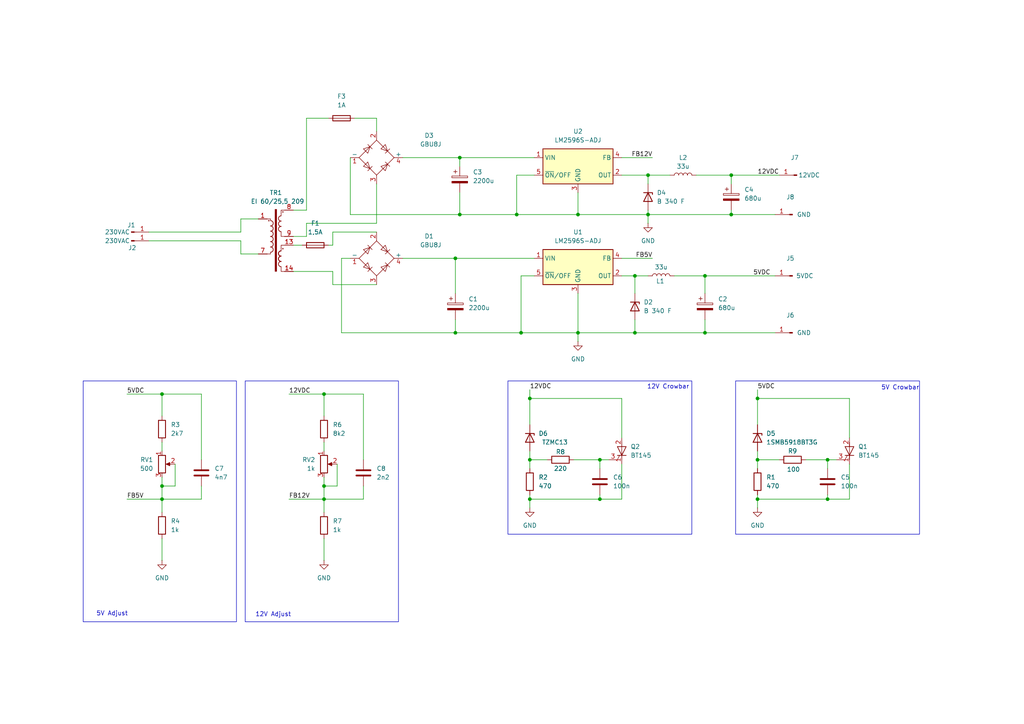
<source format=kicad_sch>
(kicad_sch
	(version 20231120)
	(generator "eeschema")
	(generator_version "8.0")
	(uuid "4b269f01-3ef2-449e-850b-68d0a5bb51d1")
	(paper "A4")
	(title_block
		(title "C64 and 1541 PSU")
		(date "2025-01-11")
		(rev "1.0")
	)
	(lib_symbols
		(symbol "Connector:Conn_01x01_Pin"
			(pin_names
				(offset 1.016) hide)
			(exclude_from_sim no)
			(in_bom yes)
			(on_board yes)
			(property "Reference" "J"
				(at 0 2.54 0)
				(effects
					(font
						(size 1.27 1.27)
					)
				)
			)
			(property "Value" "Conn_01x01_Pin"
				(at 0 -2.54 0)
				(effects
					(font
						(size 1.27 1.27)
					)
				)
			)
			(property "Footprint" ""
				(at 0 0 0)
				(effects
					(font
						(size 1.27 1.27)
					)
					(hide yes)
				)
			)
			(property "Datasheet" "~"
				(at 0 0 0)
				(effects
					(font
						(size 1.27 1.27)
					)
					(hide yes)
				)
			)
			(property "Description" "Generic connector, single row, 01x01, script generated"
				(at 0 0 0)
				(effects
					(font
						(size 1.27 1.27)
					)
					(hide yes)
				)
			)
			(property "ki_locked" ""
				(at 0 0 0)
				(effects
					(font
						(size 1.27 1.27)
					)
				)
			)
			(property "ki_keywords" "connector"
				(at 0 0 0)
				(effects
					(font
						(size 1.27 1.27)
					)
					(hide yes)
				)
			)
			(property "ki_fp_filters" "Connector*:*_1x??_*"
				(at 0 0 0)
				(effects
					(font
						(size 1.27 1.27)
					)
					(hide yes)
				)
			)
			(symbol "Conn_01x01_Pin_1_1"
				(polyline
					(pts
						(xy 1.27 0) (xy 0.8636 0)
					)
					(stroke
						(width 0.1524)
						(type default)
					)
					(fill
						(type none)
					)
				)
				(rectangle
					(start 0.8636 0.127)
					(end 0 -0.127)
					(stroke
						(width 0.1524)
						(type default)
					)
					(fill
						(type outline)
					)
				)
				(pin passive line
					(at 5.08 0 180)
					(length 3.81)
					(name "Pin_1"
						(effects
							(font
								(size 1.27 1.27)
							)
						)
					)
					(number "1"
						(effects
							(font
								(size 1.27 1.27)
							)
						)
					)
				)
			)
		)
		(symbol "Device:C"
			(pin_numbers hide)
			(pin_names
				(offset 0.254)
			)
			(exclude_from_sim no)
			(in_bom yes)
			(on_board yes)
			(property "Reference" "C"
				(at 0.635 2.54 0)
				(effects
					(font
						(size 1.27 1.27)
					)
					(justify left)
				)
			)
			(property "Value" "C"
				(at 0.635 -2.54 0)
				(effects
					(font
						(size 1.27 1.27)
					)
					(justify left)
				)
			)
			(property "Footprint" ""
				(at 0.9652 -3.81 0)
				(effects
					(font
						(size 1.27 1.27)
					)
					(hide yes)
				)
			)
			(property "Datasheet" "~"
				(at 0 0 0)
				(effects
					(font
						(size 1.27 1.27)
					)
					(hide yes)
				)
			)
			(property "Description" "Unpolarized capacitor"
				(at 0 0 0)
				(effects
					(font
						(size 1.27 1.27)
					)
					(hide yes)
				)
			)
			(property "ki_keywords" "cap capacitor"
				(at 0 0 0)
				(effects
					(font
						(size 1.27 1.27)
					)
					(hide yes)
				)
			)
			(property "ki_fp_filters" "C_*"
				(at 0 0 0)
				(effects
					(font
						(size 1.27 1.27)
					)
					(hide yes)
				)
			)
			(symbol "C_0_1"
				(polyline
					(pts
						(xy -2.032 -0.762) (xy 2.032 -0.762)
					)
					(stroke
						(width 0.508)
						(type default)
					)
					(fill
						(type none)
					)
				)
				(polyline
					(pts
						(xy -2.032 0.762) (xy 2.032 0.762)
					)
					(stroke
						(width 0.508)
						(type default)
					)
					(fill
						(type none)
					)
				)
			)
			(symbol "C_1_1"
				(pin passive line
					(at 0 3.81 270)
					(length 2.794)
					(name "~"
						(effects
							(font
								(size 1.27 1.27)
							)
						)
					)
					(number "1"
						(effects
							(font
								(size 1.27 1.27)
							)
						)
					)
				)
				(pin passive line
					(at 0 -3.81 90)
					(length 2.794)
					(name "~"
						(effects
							(font
								(size 1.27 1.27)
							)
						)
					)
					(number "2"
						(effects
							(font
								(size 1.27 1.27)
							)
						)
					)
				)
			)
		)
		(symbol "Device:C_Polarized"
			(pin_numbers hide)
			(pin_names
				(offset 0.254)
			)
			(exclude_from_sim no)
			(in_bom yes)
			(on_board yes)
			(property "Reference" "C"
				(at 0.635 2.54 0)
				(effects
					(font
						(size 1.27 1.27)
					)
					(justify left)
				)
			)
			(property "Value" "C_Polarized"
				(at 0.635 -2.54 0)
				(effects
					(font
						(size 1.27 1.27)
					)
					(justify left)
				)
			)
			(property "Footprint" ""
				(at 0.9652 -3.81 0)
				(effects
					(font
						(size 1.27 1.27)
					)
					(hide yes)
				)
			)
			(property "Datasheet" "~"
				(at 0 0 0)
				(effects
					(font
						(size 1.27 1.27)
					)
					(hide yes)
				)
			)
			(property "Description" "Polarized capacitor"
				(at 0 0 0)
				(effects
					(font
						(size 1.27 1.27)
					)
					(hide yes)
				)
			)
			(property "ki_keywords" "cap capacitor"
				(at 0 0 0)
				(effects
					(font
						(size 1.27 1.27)
					)
					(hide yes)
				)
			)
			(property "ki_fp_filters" "CP_*"
				(at 0 0 0)
				(effects
					(font
						(size 1.27 1.27)
					)
					(hide yes)
				)
			)
			(symbol "C_Polarized_0_1"
				(rectangle
					(start -2.286 0.508)
					(end 2.286 1.016)
					(stroke
						(width 0)
						(type default)
					)
					(fill
						(type none)
					)
				)
				(polyline
					(pts
						(xy -1.778 2.286) (xy -0.762 2.286)
					)
					(stroke
						(width 0)
						(type default)
					)
					(fill
						(type none)
					)
				)
				(polyline
					(pts
						(xy -1.27 2.794) (xy -1.27 1.778)
					)
					(stroke
						(width 0)
						(type default)
					)
					(fill
						(type none)
					)
				)
				(rectangle
					(start 2.286 -0.508)
					(end -2.286 -1.016)
					(stroke
						(width 0)
						(type default)
					)
					(fill
						(type outline)
					)
				)
			)
			(symbol "C_Polarized_1_1"
				(pin passive line
					(at 0 3.81 270)
					(length 2.794)
					(name "~"
						(effects
							(font
								(size 1.27 1.27)
							)
						)
					)
					(number "1"
						(effects
							(font
								(size 1.27 1.27)
							)
						)
					)
				)
				(pin passive line
					(at 0 -3.81 90)
					(length 2.794)
					(name "~"
						(effects
							(font
								(size 1.27 1.27)
							)
						)
					)
					(number "2"
						(effects
							(font
								(size 1.27 1.27)
							)
						)
					)
				)
			)
		)
		(symbol "Device:D_Zener"
			(pin_numbers hide)
			(pin_names
				(offset 1.016) hide)
			(exclude_from_sim no)
			(in_bom yes)
			(on_board yes)
			(property "Reference" "D"
				(at 0 2.54 0)
				(effects
					(font
						(size 1.27 1.27)
					)
				)
			)
			(property "Value" "D_Zener"
				(at 0 -2.54 0)
				(effects
					(font
						(size 1.27 1.27)
					)
				)
			)
			(property "Footprint" ""
				(at 0 0 0)
				(effects
					(font
						(size 1.27 1.27)
					)
					(hide yes)
				)
			)
			(property "Datasheet" "~"
				(at 0 0 0)
				(effects
					(font
						(size 1.27 1.27)
					)
					(hide yes)
				)
			)
			(property "Description" "Zener diode"
				(at 0 0 0)
				(effects
					(font
						(size 1.27 1.27)
					)
					(hide yes)
				)
			)
			(property "ki_keywords" "diode"
				(at 0 0 0)
				(effects
					(font
						(size 1.27 1.27)
					)
					(hide yes)
				)
			)
			(property "ki_fp_filters" "TO-???* *_Diode_* *SingleDiode* D_*"
				(at 0 0 0)
				(effects
					(font
						(size 1.27 1.27)
					)
					(hide yes)
				)
			)
			(symbol "D_Zener_0_1"
				(polyline
					(pts
						(xy 1.27 0) (xy -1.27 0)
					)
					(stroke
						(width 0)
						(type default)
					)
					(fill
						(type none)
					)
				)
				(polyline
					(pts
						(xy -1.27 -1.27) (xy -1.27 1.27) (xy -0.762 1.27)
					)
					(stroke
						(width 0.254)
						(type default)
					)
					(fill
						(type none)
					)
				)
				(polyline
					(pts
						(xy 1.27 -1.27) (xy 1.27 1.27) (xy -1.27 0) (xy 1.27 -1.27)
					)
					(stroke
						(width 0.254)
						(type default)
					)
					(fill
						(type none)
					)
				)
			)
			(symbol "D_Zener_1_1"
				(pin passive line
					(at -3.81 0 0)
					(length 2.54)
					(name "K"
						(effects
							(font
								(size 1.27 1.27)
							)
						)
					)
					(number "1"
						(effects
							(font
								(size 1.27 1.27)
							)
						)
					)
				)
				(pin passive line
					(at 3.81 0 180)
					(length 2.54)
					(name "A"
						(effects
							(font
								(size 1.27 1.27)
							)
						)
					)
					(number "2"
						(effects
							(font
								(size 1.27 1.27)
							)
						)
					)
				)
			)
		)
		(symbol "Device:Fuse"
			(pin_numbers hide)
			(pin_names
				(offset 0)
			)
			(exclude_from_sim no)
			(in_bom yes)
			(on_board yes)
			(property "Reference" "F"
				(at 2.032 0 90)
				(effects
					(font
						(size 1.27 1.27)
					)
				)
			)
			(property "Value" "Fuse"
				(at -1.905 0 90)
				(effects
					(font
						(size 1.27 1.27)
					)
				)
			)
			(property "Footprint" ""
				(at -1.778 0 90)
				(effects
					(font
						(size 1.27 1.27)
					)
					(hide yes)
				)
			)
			(property "Datasheet" "~"
				(at 0 0 0)
				(effects
					(font
						(size 1.27 1.27)
					)
					(hide yes)
				)
			)
			(property "Description" "Fuse"
				(at 0 0 0)
				(effects
					(font
						(size 1.27 1.27)
					)
					(hide yes)
				)
			)
			(property "ki_keywords" "fuse"
				(at 0 0 0)
				(effects
					(font
						(size 1.27 1.27)
					)
					(hide yes)
				)
			)
			(property "ki_fp_filters" "*Fuse*"
				(at 0 0 0)
				(effects
					(font
						(size 1.27 1.27)
					)
					(hide yes)
				)
			)
			(symbol "Fuse_0_1"
				(rectangle
					(start -0.762 -2.54)
					(end 0.762 2.54)
					(stroke
						(width 0.254)
						(type default)
					)
					(fill
						(type none)
					)
				)
				(polyline
					(pts
						(xy 0 2.54) (xy 0 -2.54)
					)
					(stroke
						(width 0)
						(type default)
					)
					(fill
						(type none)
					)
				)
			)
			(symbol "Fuse_1_1"
				(pin passive line
					(at 0 3.81 270)
					(length 1.27)
					(name "~"
						(effects
							(font
								(size 1.27 1.27)
							)
						)
					)
					(number "1"
						(effects
							(font
								(size 1.27 1.27)
							)
						)
					)
				)
				(pin passive line
					(at 0 -3.81 90)
					(length 1.27)
					(name "~"
						(effects
							(font
								(size 1.27 1.27)
							)
						)
					)
					(number "2"
						(effects
							(font
								(size 1.27 1.27)
							)
						)
					)
				)
			)
		)
		(symbol "Device:L"
			(pin_numbers hide)
			(pin_names
				(offset 1.016) hide)
			(exclude_from_sim no)
			(in_bom yes)
			(on_board yes)
			(property "Reference" "L"
				(at -1.27 0 90)
				(effects
					(font
						(size 1.27 1.27)
					)
				)
			)
			(property "Value" "L"
				(at 1.905 0 90)
				(effects
					(font
						(size 1.27 1.27)
					)
				)
			)
			(property "Footprint" ""
				(at 0 0 0)
				(effects
					(font
						(size 1.27 1.27)
					)
					(hide yes)
				)
			)
			(property "Datasheet" "~"
				(at 0 0 0)
				(effects
					(font
						(size 1.27 1.27)
					)
					(hide yes)
				)
			)
			(property "Description" "Inductor"
				(at 0 0 0)
				(effects
					(font
						(size 1.27 1.27)
					)
					(hide yes)
				)
			)
			(property "ki_keywords" "inductor choke coil reactor magnetic"
				(at 0 0 0)
				(effects
					(font
						(size 1.27 1.27)
					)
					(hide yes)
				)
			)
			(property "ki_fp_filters" "Choke_* *Coil* Inductor_* L_*"
				(at 0 0 0)
				(effects
					(font
						(size 1.27 1.27)
					)
					(hide yes)
				)
			)
			(symbol "L_0_1"
				(arc
					(start 0 -2.54)
					(mid 0.6323 -1.905)
					(end 0 -1.27)
					(stroke
						(width 0)
						(type default)
					)
					(fill
						(type none)
					)
				)
				(arc
					(start 0 -1.27)
					(mid 0.6323 -0.635)
					(end 0 0)
					(stroke
						(width 0)
						(type default)
					)
					(fill
						(type none)
					)
				)
				(arc
					(start 0 0)
					(mid 0.6323 0.635)
					(end 0 1.27)
					(stroke
						(width 0)
						(type default)
					)
					(fill
						(type none)
					)
				)
				(arc
					(start 0 1.27)
					(mid 0.6323 1.905)
					(end 0 2.54)
					(stroke
						(width 0)
						(type default)
					)
					(fill
						(type none)
					)
				)
			)
			(symbol "L_1_1"
				(pin passive line
					(at 0 3.81 270)
					(length 1.27)
					(name "1"
						(effects
							(font
								(size 1.27 1.27)
							)
						)
					)
					(number "1"
						(effects
							(font
								(size 1.27 1.27)
							)
						)
					)
				)
				(pin passive line
					(at 0 -3.81 90)
					(length 1.27)
					(name "2"
						(effects
							(font
								(size 1.27 1.27)
							)
						)
					)
					(number "2"
						(effects
							(font
								(size 1.27 1.27)
							)
						)
					)
				)
			)
		)
		(symbol "Device:R"
			(pin_numbers hide)
			(pin_names
				(offset 0)
			)
			(exclude_from_sim no)
			(in_bom yes)
			(on_board yes)
			(property "Reference" "R"
				(at 2.032 0 90)
				(effects
					(font
						(size 1.27 1.27)
					)
				)
			)
			(property "Value" "R"
				(at 0 0 90)
				(effects
					(font
						(size 1.27 1.27)
					)
				)
			)
			(property "Footprint" ""
				(at -1.778 0 90)
				(effects
					(font
						(size 1.27 1.27)
					)
					(hide yes)
				)
			)
			(property "Datasheet" "~"
				(at 0 0 0)
				(effects
					(font
						(size 1.27 1.27)
					)
					(hide yes)
				)
			)
			(property "Description" "Resistor"
				(at 0 0 0)
				(effects
					(font
						(size 1.27 1.27)
					)
					(hide yes)
				)
			)
			(property "ki_keywords" "R res resistor"
				(at 0 0 0)
				(effects
					(font
						(size 1.27 1.27)
					)
					(hide yes)
				)
			)
			(property "ki_fp_filters" "R_*"
				(at 0 0 0)
				(effects
					(font
						(size 1.27 1.27)
					)
					(hide yes)
				)
			)
			(symbol "R_0_1"
				(rectangle
					(start -1.016 -2.54)
					(end 1.016 2.54)
					(stroke
						(width 0.254)
						(type default)
					)
					(fill
						(type none)
					)
				)
			)
			(symbol "R_1_1"
				(pin passive line
					(at 0 3.81 270)
					(length 1.27)
					(name "~"
						(effects
							(font
								(size 1.27 1.27)
							)
						)
					)
					(number "1"
						(effects
							(font
								(size 1.27 1.27)
							)
						)
					)
				)
				(pin passive line
					(at 0 -3.81 90)
					(length 1.27)
					(name "~"
						(effects
							(font
								(size 1.27 1.27)
							)
						)
					)
					(number "2"
						(effects
							(font
								(size 1.27 1.27)
							)
						)
					)
				)
			)
		)
		(symbol "Device:R_Potentiometer"
			(pin_names
				(offset 1.016) hide)
			(exclude_from_sim no)
			(in_bom yes)
			(on_board yes)
			(property "Reference" "RV"
				(at -4.445 0 90)
				(effects
					(font
						(size 1.27 1.27)
					)
				)
			)
			(property "Value" "R_Potentiometer"
				(at -2.54 0 90)
				(effects
					(font
						(size 1.27 1.27)
					)
				)
			)
			(property "Footprint" ""
				(at 0 0 0)
				(effects
					(font
						(size 1.27 1.27)
					)
					(hide yes)
				)
			)
			(property "Datasheet" "~"
				(at 0 0 0)
				(effects
					(font
						(size 1.27 1.27)
					)
					(hide yes)
				)
			)
			(property "Description" "Potentiometer"
				(at 0 0 0)
				(effects
					(font
						(size 1.27 1.27)
					)
					(hide yes)
				)
			)
			(property "ki_keywords" "resistor variable"
				(at 0 0 0)
				(effects
					(font
						(size 1.27 1.27)
					)
					(hide yes)
				)
			)
			(property "ki_fp_filters" "Potentiometer*"
				(at 0 0 0)
				(effects
					(font
						(size 1.27 1.27)
					)
					(hide yes)
				)
			)
			(symbol "R_Potentiometer_0_1"
				(polyline
					(pts
						(xy 2.54 0) (xy 1.524 0)
					)
					(stroke
						(width 0)
						(type default)
					)
					(fill
						(type none)
					)
				)
				(polyline
					(pts
						(xy 1.143 0) (xy 2.286 0.508) (xy 2.286 -0.508) (xy 1.143 0)
					)
					(stroke
						(width 0)
						(type default)
					)
					(fill
						(type outline)
					)
				)
				(rectangle
					(start 1.016 2.54)
					(end -1.016 -2.54)
					(stroke
						(width 0.254)
						(type default)
					)
					(fill
						(type none)
					)
				)
			)
			(symbol "R_Potentiometer_1_1"
				(pin passive line
					(at 0 3.81 270)
					(length 1.27)
					(name "1"
						(effects
							(font
								(size 1.27 1.27)
							)
						)
					)
					(number "1"
						(effects
							(font
								(size 1.27 1.27)
							)
						)
					)
				)
				(pin passive line
					(at 3.81 0 180)
					(length 1.27)
					(name "2"
						(effects
							(font
								(size 1.27 1.27)
							)
						)
					)
					(number "2"
						(effects
							(font
								(size 1.27 1.27)
							)
						)
					)
				)
				(pin passive line
					(at 0 -3.81 90)
					(length 1.27)
					(name "3"
						(effects
							(font
								(size 1.27 1.27)
							)
						)
					)
					(number "3"
						(effects
							(font
								(size 1.27 1.27)
							)
						)
					)
				)
			)
		)
		(symbol "Diode_Bridge:B40C3x00-2200A"
			(pin_names
				(offset 0)
			)
			(exclude_from_sim no)
			(in_bom yes)
			(on_board yes)
			(property "Reference" "D"
				(at 2.54 6.985 0)
				(effects
					(font
						(size 1.27 1.27)
					)
					(justify left)
				)
			)
			(property "Value" "B40C3x00-2200A"
				(at 2.54 5.08 0)
				(effects
					(font
						(size 1.27 1.27)
					)
					(justify left)
				)
			)
			(property "Footprint" "Diode_THT:Diode_Bridge_32.0x5.6x17.0mm_P10.0mm_P7.5mm"
				(at 3.81 3.175 0)
				(effects
					(font
						(size 1.27 1.27)
					)
					(justify left)
					(hide yes)
				)
			)
			(property "Datasheet" "https://diotec.com/tl_files/diotec/files/pdf/datasheets/b40c3700"
				(at 0 0 0)
				(effects
					(font
						(size 1.27 1.27)
					)
					(hide yes)
				)
			)
			(property "Description" "Silicon Bridge Rectifier, 40V Vrms, 2.2A If, pins=-AA+, SIL-package"
				(at 0 0 0)
				(effects
					(font
						(size 1.27 1.27)
					)
					(hide yes)
				)
			)
			(property "ki_keywords" "rectifier acdc"
				(at 0 0 0)
				(effects
					(font
						(size 1.27 1.27)
					)
					(hide yes)
				)
			)
			(property "ki_fp_filters" "D*Bridge*32.0x5.6x17.0mm*P10.0mm*P7.5mm*"
				(at 0 0 0)
				(effects
					(font
						(size 1.27 1.27)
					)
					(hide yes)
				)
			)
			(symbol "B40C3x00-2200A_0_1"
				(polyline
					(pts
						(xy -2.54 3.81) (xy -1.27 2.54)
					)
					(stroke
						(width 0)
						(type default)
					)
					(fill
						(type none)
					)
				)
				(polyline
					(pts
						(xy -1.27 -2.54) (xy -2.54 -3.81)
					)
					(stroke
						(width 0)
						(type default)
					)
					(fill
						(type none)
					)
				)
				(polyline
					(pts
						(xy 2.54 -1.27) (xy 3.81 -2.54)
					)
					(stroke
						(width 0)
						(type default)
					)
					(fill
						(type none)
					)
				)
				(polyline
					(pts
						(xy 2.54 1.27) (xy 3.81 2.54)
					)
					(stroke
						(width 0)
						(type default)
					)
					(fill
						(type none)
					)
				)
				(polyline
					(pts
						(xy -3.81 2.54) (xy -2.54 1.27) (xy -1.905 3.175) (xy -3.81 2.54)
					)
					(stroke
						(width 0)
						(type default)
					)
					(fill
						(type none)
					)
				)
				(polyline
					(pts
						(xy -2.54 -1.27) (xy -3.81 -2.54) (xy -1.905 -3.175) (xy -2.54 -1.27)
					)
					(stroke
						(width 0)
						(type default)
					)
					(fill
						(type none)
					)
				)
				(polyline
					(pts
						(xy 1.27 2.54) (xy 2.54 3.81) (xy 3.175 1.905) (xy 1.27 2.54)
					)
					(stroke
						(width 0)
						(type default)
					)
					(fill
						(type none)
					)
				)
				(polyline
					(pts
						(xy 3.175 -1.905) (xy 1.27 -2.54) (xy 2.54 -3.81) (xy 3.175 -1.905)
					)
					(stroke
						(width 0)
						(type default)
					)
					(fill
						(type none)
					)
				)
				(polyline
					(pts
						(xy -5.08 0) (xy 0 -5.08) (xy 5.08 0) (xy 0 5.08) (xy -5.08 0)
					)
					(stroke
						(width 0)
						(type default)
					)
					(fill
						(type none)
					)
				)
			)
			(symbol "B40C3x00-2200A_1_1"
				(pin passive line
					(at -7.62 0 0)
					(length 2.54)
					(name "-"
						(effects
							(font
								(size 1.27 1.27)
							)
						)
					)
					(number "1"
						(effects
							(font
								(size 1.27 1.27)
							)
						)
					)
				)
				(pin passive line
					(at 0 7.62 270)
					(length 2.54)
					(name "~"
						(effects
							(font
								(size 1.27 1.27)
							)
						)
					)
					(number "2"
						(effects
							(font
								(size 1.27 1.27)
							)
						)
					)
				)
				(pin passive line
					(at 0 -7.62 90)
					(length 2.54)
					(name "~"
						(effects
							(font
								(size 1.27 1.27)
							)
						)
					)
					(number "3"
						(effects
							(font
								(size 1.27 1.27)
							)
						)
					)
				)
				(pin passive line
					(at 7.62 0 180)
					(length 2.54)
					(name "+"
						(effects
							(font
								(size 1.27 1.27)
							)
						)
					)
					(number "4"
						(effects
							(font
								(size 1.27 1.27)
							)
						)
					)
				)
			)
		)
		(symbol "Regulator_Switching:LM2596S-ADJ"
			(exclude_from_sim no)
			(in_bom yes)
			(on_board yes)
			(property "Reference" "U"
				(at -10.16 6.35 0)
				(effects
					(font
						(size 1.27 1.27)
					)
					(justify left)
				)
			)
			(property "Value" "LM2596S-ADJ"
				(at 0 6.35 0)
				(effects
					(font
						(size 1.27 1.27)
					)
					(justify left)
				)
			)
			(property "Footprint" "Package_TO_SOT_SMD:TO-263-5_TabPin3"
				(at 1.27 -6.35 0)
				(effects
					(font
						(size 1.27 1.27)
						(italic yes)
					)
					(justify left)
					(hide yes)
				)
			)
			(property "Datasheet" "http://www.ti.com/lit/ds/symlink/lm2596.pdf"
				(at 0 0 0)
				(effects
					(font
						(size 1.27 1.27)
					)
					(hide yes)
				)
			)
			(property "Description" "Adjustable 3A Step-Down Voltage Regulator, TO-263"
				(at 0 0 0)
				(effects
					(font
						(size 1.27 1.27)
					)
					(hide yes)
				)
			)
			(property "ki_keywords" "Step-Down Voltage Regulator Adjustable 3A"
				(at 0 0 0)
				(effects
					(font
						(size 1.27 1.27)
					)
					(hide yes)
				)
			)
			(property "ki_fp_filters" "TO?263*"
				(at 0 0 0)
				(effects
					(font
						(size 1.27 1.27)
					)
					(hide yes)
				)
			)
			(symbol "LM2596S-ADJ_0_1"
				(rectangle
					(start -10.16 5.08)
					(end 10.16 -5.08)
					(stroke
						(width 0.254)
						(type default)
					)
					(fill
						(type background)
					)
				)
			)
			(symbol "LM2596S-ADJ_1_1"
				(pin power_in line
					(at -12.7 2.54 0)
					(length 2.54)
					(name "VIN"
						(effects
							(font
								(size 1.27 1.27)
							)
						)
					)
					(number "1"
						(effects
							(font
								(size 1.27 1.27)
							)
						)
					)
				)
				(pin output line
					(at 12.7 -2.54 180)
					(length 2.54)
					(name "OUT"
						(effects
							(font
								(size 1.27 1.27)
							)
						)
					)
					(number "2"
						(effects
							(font
								(size 1.27 1.27)
							)
						)
					)
				)
				(pin power_in line
					(at 0 -7.62 90)
					(length 2.54)
					(name "GND"
						(effects
							(font
								(size 1.27 1.27)
							)
						)
					)
					(number "3"
						(effects
							(font
								(size 1.27 1.27)
							)
						)
					)
				)
				(pin input line
					(at 12.7 2.54 180)
					(length 2.54)
					(name "FB"
						(effects
							(font
								(size 1.27 1.27)
							)
						)
					)
					(number "4"
						(effects
							(font
								(size 1.27 1.27)
							)
						)
					)
				)
				(pin input line
					(at -12.7 -2.54 0)
					(length 2.54)
					(name "~{ON}/OFF"
						(effects
							(font
								(size 1.27 1.27)
							)
						)
					)
					(number "5"
						(effects
							(font
								(size 1.27 1.27)
							)
						)
					)
				)
			)
		)
		(symbol "Transformer:TEZ16.0-D-2"
			(pin_names
				(offset 0.0254)
			)
			(exclude_from_sim no)
			(in_bom yes)
			(on_board yes)
			(property "Reference" "TR"
				(at 0 8.89 0)
				(effects
					(font
						(size 1.27 1.27)
					)
				)
			)
			(property "Value" "TEZ16.0-D-2"
				(at 0 -11.43 0)
				(effects
					(font
						(size 1.27 1.27)
					)
				)
			)
			(property "Footprint" "Transformer_THT:Transformer_Breve_TEZ-47x57"
				(at 0 -13.97 0)
				(effects
					(font
						(size 1.27 1.27)
						(italic yes)
					)
					(hide yes)
				)
			)
			(property "Datasheet" "http://www.breve.pl/pdf/ANG/TEZ_ang.pdf"
				(at 0 0 0)
				(effects
					(font
						(size 1.27 1.27)
					)
					(hide yes)
				)
			)
			(property "Description" "TEZ16.0/D/x-x, 16VA, Dual Secondary, Cast Resin Transformer, PCB"
				(at 0 0 0)
				(effects
					(font
						(size 1.27 1.27)
					)
					(hide yes)
				)
			)
			(property "ki_keywords" "16VA PCB Transformer Dual Secondary"
				(at 0 0 0)
				(effects
					(font
						(size 1.27 1.27)
					)
					(hide yes)
				)
			)
			(property "ki_fp_filters" "Transformer*Breve*TEZ*47x57*"
				(at 0 0 0)
				(effects
					(font
						(size 1.27 1.27)
					)
					(hide yes)
				)
			)
			(symbol "TEZ16.0-D-2_0_1"
				(circle
					(center -2.032 4.572)
					(radius 0.127)
					(stroke
						(width 0)
						(type default)
					)
					(fill
						(type none)
					)
				)
				(arc
					(start -1.524 -4.572)
					(mid -0.7653 -3.81)
					(end -1.524 -3.048)
					(stroke
						(width 0.2032)
						(type default)
					)
					(fill
						(type none)
					)
				)
				(arc
					(start -1.524 -3.048)
					(mid -0.7653 -2.286)
					(end -1.524 -1.524)
					(stroke
						(width 0.2032)
						(type default)
					)
					(fill
						(type none)
					)
				)
				(arc
					(start -1.524 -1.524)
					(mid -0.7653 -0.762)
					(end -1.524 0)
					(stroke
						(width 0.2032)
						(type default)
					)
					(fill
						(type none)
					)
				)
				(arc
					(start -1.524 0)
					(mid -0.7653 0.762)
					(end -1.524 1.524)
					(stroke
						(width 0.2032)
						(type default)
					)
					(fill
						(type none)
					)
				)
				(arc
					(start -1.524 1.524)
					(mid -0.7653 2.286)
					(end -1.524 3.048)
					(stroke
						(width 0.2032)
						(type default)
					)
					(fill
						(type none)
					)
				)
				(arc
					(start -1.524 3.048)
					(mid -0.7653 3.81)
					(end -1.524 4.572)
					(stroke
						(width 0.2032)
						(type default)
					)
					(fill
						(type none)
					)
				)
				(rectangle
					(start -0.254 7.874)
					(end 0.254 -10.16)
					(stroke
						(width 0.0254)
						(type default)
					)
					(fill
						(type outline)
					)
				)
				(polyline
					(pts
						(xy -1.524 -4.572) (xy -1.524 -5.08) (xy -2.54 -5.08)
					)
					(stroke
						(width 0)
						(type default)
					)
					(fill
						(type none)
					)
				)
				(polyline
					(pts
						(xy -1.524 4.572) (xy -1.524 5.08) (xy -2.54 5.08)
					)
					(stroke
						(width 0)
						(type default)
					)
					(fill
						(type none)
					)
				)
				(polyline
					(pts
						(xy 1.524 -8.89) (xy 1.524 -10.16) (xy 2.54 -10.16)
					)
					(stroke
						(width 0)
						(type default)
					)
					(fill
						(type none)
					)
				)
				(polyline
					(pts
						(xy 2.54 -2.54) (xy 1.524 -2.54) (xy 1.524 -4.064)
					)
					(stroke
						(width 0)
						(type default)
					)
					(fill
						(type none)
					)
				)
				(polyline
					(pts
						(xy 2.54 0) (xy 1.524 0) (xy 1.524 1.27)
					)
					(stroke
						(width 0)
						(type default)
					)
					(fill
						(type none)
					)
				)
				(polyline
					(pts
						(xy 2.54 7.62) (xy 1.524 7.62) (xy 1.524 6.096)
					)
					(stroke
						(width 0)
						(type default)
					)
					(fill
						(type none)
					)
				)
				(arc
					(start 1.524 -7.239)
					(mid 0.7653 -8.001)
					(end 1.524 -8.763)
					(stroke
						(width 0.2032)
						(type default)
					)
					(fill
						(type none)
					)
				)
				(arc
					(start 1.524 -5.715)
					(mid 0.7653 -6.477)
					(end 1.524 -7.239)
					(stroke
						(width 0.2032)
						(type default)
					)
					(fill
						(type none)
					)
				)
				(arc
					(start 1.524 -5.715)
					(mid 0.7653 -6.477)
					(end 1.524 -7.239)
					(stroke
						(width 0.2032)
						(type default)
					)
					(fill
						(type none)
					)
				)
				(arc
					(start 1.524 -4.191)
					(mid 0.7653 -4.953)
					(end 1.524 -5.715)
					(stroke
						(width 0.2032)
						(type default)
					)
					(fill
						(type none)
					)
				)
				(arc
					(start 1.524 -4.191)
					(mid 0.7653 -4.953)
					(end 1.524 -5.715)
					(stroke
						(width 0.2032)
						(type default)
					)
					(fill
						(type none)
					)
				)
				(arc
					(start 1.524 2.921)
					(mid 0.7653 2.159)
					(end 1.524 1.397)
					(stroke
						(width 0.2032)
						(type default)
					)
					(fill
						(type none)
					)
				)
				(arc
					(start 1.524 4.445)
					(mid 0.7653 3.683)
					(end 1.524 2.921)
					(stroke
						(width 0.2032)
						(type default)
					)
					(fill
						(type none)
					)
				)
				(arc
					(start 1.524 5.969)
					(mid 0.7653 5.207)
					(end 1.524 4.445)
					(stroke
						(width 0.2032)
						(type default)
					)
					(fill
						(type none)
					)
				)
				(circle
					(center 2.032 -3.556)
					(radius 0.127)
					(stroke
						(width 0)
						(type default)
					)
					(fill
						(type none)
					)
				)
				(circle
					(center 2.032 7.112)
					(radius 0.127)
					(stroke
						(width 0)
						(type default)
					)
					(fill
						(type none)
					)
				)
			)
			(symbol "TEZ16.0-D-2_1_1"
				(pin passive line
					(at -5.08 5.08 0)
					(length 2.54)
					(name "~"
						(effects
							(font
								(size 1.27 1.27)
							)
						)
					)
					(number "1"
						(effects
							(font
								(size 1.27 1.27)
							)
						)
					)
				)
				(pin passive line
					(at 5.08 -2.54 180)
					(length 2.54)
					(name "~"
						(effects
							(font
								(size 1.27 1.27)
							)
						)
					)
					(number "13"
						(effects
							(font
								(size 1.27 1.27)
							)
						)
					)
				)
				(pin passive line
					(at 5.08 -10.16 180)
					(length 2.54)
					(name "~"
						(effects
							(font
								(size 1.27 1.27)
							)
						)
					)
					(number "14"
						(effects
							(font
								(size 1.27 1.27)
							)
						)
					)
				)
				(pin passive line
					(at -5.08 -5.08 0)
					(length 2.54)
					(name "~"
						(effects
							(font
								(size 1.27 1.27)
							)
						)
					)
					(number "7"
						(effects
							(font
								(size 1.27 1.27)
							)
						)
					)
				)
				(pin passive line
					(at 5.08 7.62 180)
					(length 2.54)
					(name "~"
						(effects
							(font
								(size 1.27 1.27)
							)
						)
					)
					(number "8"
						(effects
							(font
								(size 1.27 1.27)
							)
						)
					)
				)
				(pin passive line
					(at 5.08 0 180)
					(length 2.54)
					(name "~"
						(effects
							(font
								(size 1.27 1.27)
							)
						)
					)
					(number "9"
						(effects
							(font
								(size 1.27 1.27)
							)
						)
					)
				)
			)
		)
		(symbol "Triac_Thyristor:TIC126"
			(pin_names
				(offset 0) hide)
			(exclude_from_sim no)
			(in_bom yes)
			(on_board yes)
			(property "Reference" "Q"
				(at 2.54 1.905 0)
				(effects
					(font
						(size 1.27 1.27)
					)
					(justify left)
				)
			)
			(property "Value" "TIC126"
				(at 2.54 0 0)
				(effects
					(font
						(size 1.27 1.27)
					)
					(justify left)
				)
			)
			(property "Footprint" "Package_TO_SOT_THT:TO-220-3_Vertical"
				(at 2.54 -1.905 0)
				(effects
					(font
						(size 1.27 1.27)
						(italic yes)
					)
					(justify left)
					(hide yes)
				)
			)
			(property "Datasheet" "https://cdn-reichelt.de/documents/datenblatt/A400/TIC126.pdf"
				(at 0 0 0)
				(effects
					(font
						(size 1.27 1.27)
					)
					(justify left)
					(hide yes)
				)
			)
			(property "Description" "12A Ion, 400-800V Voff, Silicon Controlled Rectifier (Thyristor), TO-220"
				(at 0 0 0)
				(effects
					(font
						(size 1.27 1.27)
					)
					(hide yes)
				)
			)
			(property "ki_keywords" "thyristor"
				(at 0 0 0)
				(effects
					(font
						(size 1.27 1.27)
					)
					(hide yes)
				)
			)
			(property "ki_fp_filters" "TO?220*"
				(at 0 0 0)
				(effects
					(font
						(size 1.27 1.27)
					)
					(hide yes)
				)
			)
			(symbol "TIC126_0_1"
				(polyline
					(pts
						(xy -1.27 -2.54) (xy -0.635 -1.27)
					)
					(stroke
						(width 0)
						(type default)
					)
					(fill
						(type none)
					)
				)
				(polyline
					(pts
						(xy -1.27 -1.27) (xy 1.27 -1.27)
					)
					(stroke
						(width 0.2032)
						(type default)
					)
					(fill
						(type none)
					)
				)
				(polyline
					(pts
						(xy 0 -2.54) (xy 0 2.54)
					)
					(stroke
						(width 0)
						(type default)
					)
					(fill
						(type none)
					)
				)
				(polyline
					(pts
						(xy -1.27 1.27) (xy 1.27 1.27) (xy 0 -1.27) (xy -1.27 1.27)
					)
					(stroke
						(width 0.2032)
						(type default)
					)
					(fill
						(type none)
					)
				)
			)
			(symbol "TIC126_1_1"
				(pin passive line
					(at 0 -3.81 90)
					(length 2.54)
					(name "K"
						(effects
							(font
								(size 1.27 1.27)
							)
						)
					)
					(number "1"
						(effects
							(font
								(size 1.27 1.27)
							)
						)
					)
				)
				(pin passive line
					(at 0 3.81 270)
					(length 2.54)
					(name "A"
						(effects
							(font
								(size 1.27 1.27)
							)
						)
					)
					(number "2"
						(effects
							(font
								(size 1.27 1.27)
							)
						)
					)
				)
				(pin input line
					(at -3.81 -2.54 0)
					(length 2.54)
					(name "G"
						(effects
							(font
								(size 1.27 1.27)
							)
						)
					)
					(number "3"
						(effects
							(font
								(size 1.27 1.27)
							)
						)
					)
				)
			)
		)
		(symbol "power:GND"
			(power)
			(pin_numbers hide)
			(pin_names
				(offset 0) hide)
			(exclude_from_sim no)
			(in_bom yes)
			(on_board yes)
			(property "Reference" "#PWR"
				(at 0 -6.35 0)
				(effects
					(font
						(size 1.27 1.27)
					)
					(hide yes)
				)
			)
			(property "Value" "GND"
				(at 0 -3.81 0)
				(effects
					(font
						(size 1.27 1.27)
					)
				)
			)
			(property "Footprint" ""
				(at 0 0 0)
				(effects
					(font
						(size 1.27 1.27)
					)
					(hide yes)
				)
			)
			(property "Datasheet" ""
				(at 0 0 0)
				(effects
					(font
						(size 1.27 1.27)
					)
					(hide yes)
				)
			)
			(property "Description" "Power symbol creates a global label with name \"GND\" , ground"
				(at 0 0 0)
				(effects
					(font
						(size 1.27 1.27)
					)
					(hide yes)
				)
			)
			(property "ki_keywords" "global power"
				(at 0 0 0)
				(effects
					(font
						(size 1.27 1.27)
					)
					(hide yes)
				)
			)
			(symbol "GND_0_1"
				(polyline
					(pts
						(xy 0 0) (xy 0 -1.27) (xy 1.27 -1.27) (xy 0 -2.54) (xy -1.27 -1.27) (xy 0 -1.27)
					)
					(stroke
						(width 0)
						(type default)
					)
					(fill
						(type none)
					)
				)
			)
			(symbol "GND_1_1"
				(pin power_in line
					(at 0 0 270)
					(length 0)
					(name "~"
						(effects
							(font
								(size 1.27 1.27)
							)
						)
					)
					(number "1"
						(effects
							(font
								(size 1.27 1.27)
							)
						)
					)
				)
			)
		)
	)
	(junction
		(at 46.99 140.97)
		(diameter 0)
		(color 0 0 0 0)
		(uuid "0f08174e-4c1d-4688-ba34-2e56c84ee9b7")
	)
	(junction
		(at 173.99 133.35)
		(diameter 0)
		(color 0 0 0 0)
		(uuid "12cb727d-c092-41ef-98ee-234a5520a2d4")
	)
	(junction
		(at 204.47 80.01)
		(diameter 0)
		(color 0 0 0 0)
		(uuid "1e801331-9307-4e26-9815-092b4feb0423")
	)
	(junction
		(at 133.35 62.23)
		(diameter 0)
		(color 0 0 0 0)
		(uuid "1f8c5156-82fb-4078-8f1e-7e6fd71c0e2d")
	)
	(junction
		(at 93.98 140.97)
		(diameter 0)
		(color 0 0 0 0)
		(uuid "3c7575d1-9d62-45d3-a6f1-94e791452a0b")
	)
	(junction
		(at 204.47 96.52)
		(diameter 0)
		(color 0 0 0 0)
		(uuid "3ddfedaa-28fe-4ade-a0df-db732cf61bf4")
	)
	(junction
		(at 167.64 62.23)
		(diameter 0)
		(color 0 0 0 0)
		(uuid "3f481120-eaed-4b83-b446-b6b48e69df96")
	)
	(junction
		(at 132.08 96.52)
		(diameter 0)
		(color 0 0 0 0)
		(uuid "40d96480-96cd-4dc0-9dff-f9b4249cecb5")
	)
	(junction
		(at 153.67 133.35)
		(diameter 0)
		(color 0 0 0 0)
		(uuid "45749c68-6b8b-4b2d-a75b-c0537b708d4b")
	)
	(junction
		(at 132.08 74.93)
		(diameter 0)
		(color 0 0 0 0)
		(uuid "473e4154-5ce1-41c1-875a-ad030798f87a")
	)
	(junction
		(at 184.15 80.01)
		(diameter 0)
		(color 0 0 0 0)
		(uuid "4ad79381-f415-4d24-9fd0-8151894ddcc5")
	)
	(junction
		(at 240.03 133.35)
		(diameter 0)
		(color 0 0 0 0)
		(uuid "6e5cf27b-292c-49c0-ad82-28ca47662266")
	)
	(junction
		(at 46.99 144.78)
		(diameter 0)
		(color 0 0 0 0)
		(uuid "6e6cd624-8daf-4887-b38f-f5680482f2b7")
	)
	(junction
		(at 93.98 144.78)
		(diameter 0)
		(color 0 0 0 0)
		(uuid "7ead7cd0-1506-432a-8f6d-3d43635e1681")
	)
	(junction
		(at 184.15 96.52)
		(diameter 0)
		(color 0 0 0 0)
		(uuid "7f7dde53-fb3a-4760-88a1-80de8a0a1d4e")
	)
	(junction
		(at 46.99 114.3)
		(diameter 0)
		(color 0 0 0 0)
		(uuid "84764a1e-601f-48ef-8107-c56642c34c0c")
	)
	(junction
		(at 212.09 50.8)
		(diameter 0)
		(color 0 0 0 0)
		(uuid "8694f945-dce0-470a-ab18-f16b9cc94fb7")
	)
	(junction
		(at 187.96 50.8)
		(diameter 0)
		(color 0 0 0 0)
		(uuid "a08a9f4e-2c57-418a-8fb7-37bc7236c158")
	)
	(junction
		(at 219.71 133.35)
		(diameter 0)
		(color 0 0 0 0)
		(uuid "af096b6f-dcf7-46d8-87c8-a4913ee3fd26")
	)
	(junction
		(at 212.09 62.23)
		(diameter 0)
		(color 0 0 0 0)
		(uuid "b4f369e6-eceb-4321-9ac2-7fc08b0d27dd")
	)
	(junction
		(at 219.71 115.57)
		(diameter 0)
		(color 0 0 0 0)
		(uuid "bec74595-b305-407f-a6e3-838214daa634")
	)
	(junction
		(at 149.86 62.23)
		(diameter 0)
		(color 0 0 0 0)
		(uuid "c147d791-be16-45d3-ac46-317e2e8190ec")
	)
	(junction
		(at 187.96 62.23)
		(diameter 0)
		(color 0 0 0 0)
		(uuid "d5abbac1-8692-40ea-8fea-3180d7b06b56")
	)
	(junction
		(at 93.98 114.3)
		(diameter 0)
		(color 0 0 0 0)
		(uuid "d62c278d-2699-4f38-9da8-e1319b9f20f2")
	)
	(junction
		(at 167.64 96.52)
		(diameter 0)
		(color 0 0 0 0)
		(uuid "e065435d-70ba-4488-8dbd-3040e90a3488")
	)
	(junction
		(at 133.35 45.72)
		(diameter 0)
		(color 0 0 0 0)
		(uuid "eeec1061-0973-4d4c-8e1c-474e9f957f03")
	)
	(junction
		(at 151.13 96.52)
		(diameter 0)
		(color 0 0 0 0)
		(uuid "ef409535-d04d-4f7a-b7c9-807aacc8cb02")
	)
	(junction
		(at 153.67 144.78)
		(diameter 0)
		(color 0 0 0 0)
		(uuid "f06d7543-b7f2-4e33-9c76-442d864e64df")
	)
	(junction
		(at 173.99 144.78)
		(diameter 0)
		(color 0 0 0 0)
		(uuid "f203bfbe-f899-47bd-928d-5e962a9d8929")
	)
	(junction
		(at 153.67 115.57)
		(diameter 0)
		(color 0 0 0 0)
		(uuid "f539006c-f015-4a2e-bf70-504c100aba84")
	)
	(junction
		(at 240.03 144.78)
		(diameter 0)
		(color 0 0 0 0)
		(uuid "f70319bb-07a2-402b-8dd6-f6577e66f654")
	)
	(junction
		(at 219.71 144.78)
		(diameter 0)
		(color 0 0 0 0)
		(uuid "f881aeae-f3d4-4ec0-8e48-bb8197a5ed72")
	)
	(wire
		(pts
			(xy 173.99 133.35) (xy 176.53 133.35)
		)
		(stroke
			(width 0)
			(type default)
		)
		(uuid "029d1e3e-52dd-4fd5-8fd9-009e86c990ad")
	)
	(wire
		(pts
			(xy 151.13 80.01) (xy 154.94 80.01)
		)
		(stroke
			(width 0)
			(type default)
		)
		(uuid "031428a0-c7f5-41b3-acfa-afe1e05bdec4")
	)
	(wire
		(pts
			(xy 204.47 96.52) (xy 204.47 92.71)
		)
		(stroke
			(width 0)
			(type default)
		)
		(uuid "04b1cfcf-466d-4a88-b980-4547d68099ea")
	)
	(wire
		(pts
			(xy 151.13 96.52) (xy 167.64 96.52)
		)
		(stroke
			(width 0)
			(type default)
		)
		(uuid "06664d2b-339d-4109-84fc-b1c18de2f74d")
	)
	(wire
		(pts
			(xy 167.64 96.52) (xy 167.64 99.06)
		)
		(stroke
			(width 0)
			(type default)
		)
		(uuid "08104cde-764c-4bf9-b871-e1ce91ab4c70")
	)
	(wire
		(pts
			(xy 88.9 64.77) (xy 109.22 64.77)
		)
		(stroke
			(width 0)
			(type default)
		)
		(uuid "083f01c9-7f12-4e2f-9464-545ba13e0217")
	)
	(wire
		(pts
			(xy 212.09 62.23) (xy 212.09 60.96)
		)
		(stroke
			(width 0)
			(type default)
		)
		(uuid "0a467b23-9109-476d-9bec-4ebdf87358d7")
	)
	(wire
		(pts
			(xy 154.94 50.8) (xy 149.86 50.8)
		)
		(stroke
			(width 0)
			(type default)
		)
		(uuid "0aef79e7-b1f2-4723-86d8-93e4bd930787")
	)
	(wire
		(pts
			(xy 46.99 144.78) (xy 58.42 144.78)
		)
		(stroke
			(width 0)
			(type default)
		)
		(uuid "0b25e0fa-a139-40bc-ad06-e59a0e1da25b")
	)
	(wire
		(pts
			(xy 180.34 50.8) (xy 187.96 50.8)
		)
		(stroke
			(width 0)
			(type default)
		)
		(uuid "100e6cba-5bc0-425d-817d-549e55b01343")
	)
	(wire
		(pts
			(xy 83.82 144.78) (xy 93.98 144.78)
		)
		(stroke
			(width 0)
			(type default)
		)
		(uuid "10440551-c033-44ad-b2d7-10b41a6d22de")
	)
	(wire
		(pts
			(xy 96.52 71.12) (xy 96.52 67.31)
		)
		(stroke
			(width 0)
			(type default)
		)
		(uuid "122b1478-f179-4db6-8358-22f81014b5cb")
	)
	(wire
		(pts
			(xy 88.9 34.29) (xy 95.25 34.29)
		)
		(stroke
			(width 0)
			(type default)
		)
		(uuid "14233539-9ce3-4cc2-bfe5-58d5c1e0eee1")
	)
	(wire
		(pts
			(xy 83.82 114.3) (xy 93.98 114.3)
		)
		(stroke
			(width 0)
			(type default)
		)
		(uuid "18deb0df-1a28-4b21-a05d-228ee7b0a539")
	)
	(wire
		(pts
			(xy 93.98 140.97) (xy 97.79 140.97)
		)
		(stroke
			(width 0)
			(type default)
		)
		(uuid "192495fe-2157-44b1-a484-a238938e4b66")
	)
	(wire
		(pts
			(xy 187.96 50.8) (xy 187.96 53.34)
		)
		(stroke
			(width 0)
			(type default)
		)
		(uuid "192fc669-63ad-4bf7-8fe9-a42ed47bf74d")
	)
	(wire
		(pts
			(xy 43.18 69.85) (xy 69.85 69.85)
		)
		(stroke
			(width 0)
			(type default)
		)
		(uuid "195dc45e-c56f-4758-a05a-2da3ac54b2bd")
	)
	(wire
		(pts
			(xy 180.34 45.72) (xy 189.23 45.72)
		)
		(stroke
			(width 0)
			(type default)
		)
		(uuid "1d04d8f4-0de2-47fa-b885-52fbfcd8ab69")
	)
	(wire
		(pts
			(xy 219.71 130.81) (xy 219.71 133.35)
		)
		(stroke
			(width 0)
			(type default)
		)
		(uuid "23574ca2-60af-4012-ae79-a3c186f108c3")
	)
	(wire
		(pts
			(xy 167.64 62.23) (xy 187.96 62.23)
		)
		(stroke
			(width 0)
			(type default)
		)
		(uuid "24d6a81e-ae5a-4e09-b6fc-c0d3259834e3")
	)
	(wire
		(pts
			(xy 240.03 133.35) (xy 240.03 135.89)
		)
		(stroke
			(width 0)
			(type default)
		)
		(uuid "25ff0fff-ba22-4371-a9a5-ab29097744ca")
	)
	(wire
		(pts
			(xy 219.71 133.35) (xy 226.06 133.35)
		)
		(stroke
			(width 0)
			(type default)
		)
		(uuid "26e2f2f2-1e55-42f4-bc63-4b537c10f33e")
	)
	(wire
		(pts
			(xy 173.99 144.78) (xy 180.34 144.78)
		)
		(stroke
			(width 0)
			(type default)
		)
		(uuid "2821ee6e-9b76-4e1a-a23e-2729f1216cc9")
	)
	(wire
		(pts
			(xy 46.99 140.97) (xy 50.8 140.97)
		)
		(stroke
			(width 0)
			(type default)
		)
		(uuid "293eb57e-f2b5-429e-9006-4f3b29114b83")
	)
	(wire
		(pts
			(xy 74.93 73.66) (xy 69.85 73.66)
		)
		(stroke
			(width 0)
			(type default)
		)
		(uuid "2a94d6d4-7f81-42d8-9cad-1bdb266a529f")
	)
	(wire
		(pts
			(xy 240.03 143.51) (xy 240.03 144.78)
		)
		(stroke
			(width 0)
			(type default)
		)
		(uuid "2b91946f-f7f5-4ce3-bfca-5a8dd2e5ee28")
	)
	(wire
		(pts
			(xy 95.25 71.12) (xy 96.52 71.12)
		)
		(stroke
			(width 0)
			(type default)
		)
		(uuid "2fd292d1-f305-4aed-845e-03fd430a49a0")
	)
	(wire
		(pts
			(xy 219.71 115.57) (xy 246.38 115.57)
		)
		(stroke
			(width 0)
			(type default)
		)
		(uuid "30da4c61-2d98-4348-9d66-38b896a34b92")
	)
	(wire
		(pts
			(xy 109.22 53.34) (xy 109.22 64.77)
		)
		(stroke
			(width 0)
			(type default)
		)
		(uuid "3415bf27-6f9d-40e4-bd52-f0766a3f6bec")
	)
	(wire
		(pts
			(xy 116.84 45.72) (xy 133.35 45.72)
		)
		(stroke
			(width 0)
			(type default)
		)
		(uuid "3601099c-23b9-4e2b-885e-e7959fcda932")
	)
	(wire
		(pts
			(xy 93.98 114.3) (xy 93.98 120.65)
		)
		(stroke
			(width 0)
			(type default)
		)
		(uuid "3655001d-ca59-4af1-a494-8472d9532271")
	)
	(wire
		(pts
			(xy 184.15 80.01) (xy 187.96 80.01)
		)
		(stroke
			(width 0)
			(type default)
		)
		(uuid "38bb7fb9-7140-40c7-9d4e-1920e399cff2")
	)
	(wire
		(pts
			(xy 153.67 115.57) (xy 153.67 123.19)
		)
		(stroke
			(width 0)
			(type default)
		)
		(uuid "39cef77f-4ac4-4034-9802-a2b60459f59c")
	)
	(wire
		(pts
			(xy 93.98 114.3) (xy 105.41 114.3)
		)
		(stroke
			(width 0)
			(type default)
		)
		(uuid "3e432576-bfc8-442f-b250-a37122e8b079")
	)
	(wire
		(pts
			(xy 153.67 133.35) (xy 158.75 133.35)
		)
		(stroke
			(width 0)
			(type default)
		)
		(uuid "3ed7290f-eca8-4b2c-a8b8-d54e3157bd6c")
	)
	(wire
		(pts
			(xy 101.6 45.72) (xy 101.6 62.23)
		)
		(stroke
			(width 0)
			(type default)
		)
		(uuid "3f08819f-91d0-4747-aaa1-f6bc56172fed")
	)
	(wire
		(pts
			(xy 46.99 144.78) (xy 46.99 148.59)
		)
		(stroke
			(width 0)
			(type default)
		)
		(uuid "4304c0c1-cde5-40f2-be2b-91ddbeb565cc")
	)
	(wire
		(pts
			(xy 46.99 114.3) (xy 46.99 120.65)
		)
		(stroke
			(width 0)
			(type default)
		)
		(uuid "4436a0e1-2a8f-477d-bc36-5336f4650cee")
	)
	(wire
		(pts
			(xy 153.67 144.78) (xy 153.67 147.32)
		)
		(stroke
			(width 0)
			(type default)
		)
		(uuid "463c3c05-5707-4d71-8cf4-9945cbbb56b8")
	)
	(wire
		(pts
			(xy 46.99 156.21) (xy 46.99 162.56)
		)
		(stroke
			(width 0)
			(type default)
		)
		(uuid "46bce54d-35a4-4615-bcdd-74da7ba1a8ee")
	)
	(wire
		(pts
			(xy 116.84 74.93) (xy 132.08 74.93)
		)
		(stroke
			(width 0)
			(type default)
		)
		(uuid "48e9f2cd-c2a7-4e20-8c08-4b20ed7aaf24")
	)
	(wire
		(pts
			(xy 93.98 140.97) (xy 93.98 144.78)
		)
		(stroke
			(width 0)
			(type default)
		)
		(uuid "49306f5c-567b-4a47-a5af-38f453b583d3")
	)
	(wire
		(pts
			(xy 149.86 50.8) (xy 149.86 62.23)
		)
		(stroke
			(width 0)
			(type default)
		)
		(uuid "496ed586-8ab0-4c40-83c5-f99de5eae423")
	)
	(wire
		(pts
			(xy 180.34 80.01) (xy 184.15 80.01)
		)
		(stroke
			(width 0)
			(type default)
		)
		(uuid "4ae5683e-f42e-41fb-8a11-c8d196ad59e8")
	)
	(wire
		(pts
			(xy 180.34 74.93) (xy 189.23 74.93)
		)
		(stroke
			(width 0)
			(type default)
		)
		(uuid "4c5b4e00-f36e-4b43-ba62-fccfe9246db7")
	)
	(wire
		(pts
			(xy 85.09 68.58) (xy 88.9 68.58)
		)
		(stroke
			(width 0)
			(type default)
		)
		(uuid "4e4ae5e5-be53-44db-a944-a81d2abb1e2a")
	)
	(wire
		(pts
			(xy 204.47 80.01) (xy 204.47 85.09)
		)
		(stroke
			(width 0)
			(type default)
		)
		(uuid "4e75d277-5371-4cb7-adf7-733e36b0b265")
	)
	(wire
		(pts
			(xy 167.64 85.09) (xy 167.64 96.52)
		)
		(stroke
			(width 0)
			(type default)
		)
		(uuid "4f0868b5-649c-4022-a887-21a3bb7557b9")
	)
	(wire
		(pts
			(xy 184.15 80.01) (xy 184.15 85.09)
		)
		(stroke
			(width 0)
			(type default)
		)
		(uuid "5655e147-9336-4766-9d58-0151b1674665")
	)
	(wire
		(pts
			(xy 133.35 55.88) (xy 133.35 62.23)
		)
		(stroke
			(width 0)
			(type default)
		)
		(uuid "57141a34-aaf7-4927-8813-6621173c48fa")
	)
	(wire
		(pts
			(xy 204.47 96.52) (xy 224.79 96.52)
		)
		(stroke
			(width 0)
			(type default)
		)
		(uuid "5777860d-d2bb-4668-991e-cc0a9b740f76")
	)
	(wire
		(pts
			(xy 43.18 67.31) (xy 69.85 67.31)
		)
		(stroke
			(width 0)
			(type default)
		)
		(uuid "5a4760e5-e01e-4b3c-bf17-dbb928ef9ac0")
	)
	(wire
		(pts
			(xy 36.83 114.3) (xy 46.99 114.3)
		)
		(stroke
			(width 0)
			(type default)
		)
		(uuid "5ac6e2e2-c5ed-44fe-98da-9cf6fc56cf05")
	)
	(wire
		(pts
			(xy 219.71 144.78) (xy 219.71 147.32)
		)
		(stroke
			(width 0)
			(type default)
		)
		(uuid "5ce4e011-cb58-4aab-8d3d-bf9f8405377b")
	)
	(wire
		(pts
			(xy 109.22 34.29) (xy 109.22 38.1)
		)
		(stroke
			(width 0)
			(type default)
		)
		(uuid "5da2e17f-a388-4fc4-a35f-c7b9b4095f0a")
	)
	(wire
		(pts
			(xy 133.35 45.72) (xy 133.35 48.26)
		)
		(stroke
			(width 0)
			(type default)
		)
		(uuid "5ed83164-7d62-47de-bd4e-b7ecaceea93c")
	)
	(wire
		(pts
			(xy 88.9 60.96) (xy 88.9 34.29)
		)
		(stroke
			(width 0)
			(type default)
		)
		(uuid "5ee12503-8292-4644-b872-5225d5b84b47")
	)
	(wire
		(pts
			(xy 219.71 144.78) (xy 240.03 144.78)
		)
		(stroke
			(width 0)
			(type default)
		)
		(uuid "5ef0358b-51a1-404a-8164-9d3fde81043d")
	)
	(wire
		(pts
			(xy 187.96 62.23) (xy 212.09 62.23)
		)
		(stroke
			(width 0)
			(type default)
		)
		(uuid "60b216d9-86ec-42a1-bbf4-5752df248eea")
	)
	(wire
		(pts
			(xy 96.52 78.74) (xy 96.52 82.55)
		)
		(stroke
			(width 0)
			(type default)
		)
		(uuid "63cef5ec-84af-432c-89f7-34350715ac39")
	)
	(wire
		(pts
			(xy 85.09 60.96) (xy 88.9 60.96)
		)
		(stroke
			(width 0)
			(type default)
		)
		(uuid "640c61f2-b264-4dcf-a001-52248eb41a4a")
	)
	(wire
		(pts
			(xy 212.09 50.8) (xy 212.09 53.34)
		)
		(stroke
			(width 0)
			(type default)
		)
		(uuid "68ae8267-76d7-4594-91ac-1d8dfbccfa92")
	)
	(wire
		(pts
			(xy 219.71 143.51) (xy 219.71 144.78)
		)
		(stroke
			(width 0)
			(type default)
		)
		(uuid "6b6d788c-7917-4511-927d-981cfac520e0")
	)
	(wire
		(pts
			(xy 105.41 114.3) (xy 105.41 133.35)
		)
		(stroke
			(width 0)
			(type default)
		)
		(uuid "6ec70ac6-0b96-49f6-85c5-2f876689bd0d")
	)
	(wire
		(pts
			(xy 133.35 62.23) (xy 149.86 62.23)
		)
		(stroke
			(width 0)
			(type default)
		)
		(uuid "736c6d4a-85c1-4e8a-b5d2-5b8288d28ac2")
	)
	(wire
		(pts
			(xy 101.6 74.93) (xy 99.06 74.93)
		)
		(stroke
			(width 0)
			(type default)
		)
		(uuid "74d73636-b7c0-4350-a9dd-8250e7577022")
	)
	(wire
		(pts
			(xy 219.71 133.35) (xy 219.71 135.89)
		)
		(stroke
			(width 0)
			(type default)
		)
		(uuid "758c1ab7-e71e-49f3-878c-444bdaf6d166")
	)
	(wire
		(pts
			(xy 233.68 133.35) (xy 240.03 133.35)
		)
		(stroke
			(width 0)
			(type default)
		)
		(uuid "7ef34c3a-10b2-4e82-b8b6-194f5ab0bf67")
	)
	(wire
		(pts
			(xy 173.99 143.51) (xy 173.99 144.78)
		)
		(stroke
			(width 0)
			(type default)
		)
		(uuid "82310ea4-9032-458c-ad2d-9af70be03afe")
	)
	(wire
		(pts
			(xy 246.38 144.78) (xy 246.38 134.62)
		)
		(stroke
			(width 0)
			(type default)
		)
		(uuid "830eb904-3b9d-44ad-b7cf-2028742a214c")
	)
	(wire
		(pts
			(xy 97.79 140.97) (xy 97.79 134.62)
		)
		(stroke
			(width 0)
			(type default)
		)
		(uuid "86da612b-770d-4a3b-b4c7-d2d689bb35f1")
	)
	(wire
		(pts
			(xy 132.08 85.09) (xy 132.08 74.93)
		)
		(stroke
			(width 0)
			(type default)
		)
		(uuid "8b4d76d8-333a-4b98-9d33-6c5292d2bcc0")
	)
	(wire
		(pts
			(xy 85.09 78.74) (xy 96.52 78.74)
		)
		(stroke
			(width 0)
			(type default)
		)
		(uuid "8beb2e0b-2830-44c3-b1bf-c3e31c8e41f5")
	)
	(wire
		(pts
			(xy 93.98 138.43) (xy 93.98 140.97)
		)
		(stroke
			(width 0)
			(type default)
		)
		(uuid "8dd5067a-b7dd-4f34-ab17-2da929a11202")
	)
	(wire
		(pts
			(xy 58.42 140.97) (xy 58.42 144.78)
		)
		(stroke
			(width 0)
			(type default)
		)
		(uuid "8e560329-6314-44f0-9174-6f8b42d1bd54")
	)
	(wire
		(pts
			(xy 173.99 133.35) (xy 173.99 135.89)
		)
		(stroke
			(width 0)
			(type default)
		)
		(uuid "8ea60e8e-623d-460b-82fc-bf63e16aa645")
	)
	(wire
		(pts
			(xy 151.13 80.01) (xy 151.13 96.52)
		)
		(stroke
			(width 0)
			(type default)
		)
		(uuid "8fd4623e-c4f4-4fa4-b742-2cacad22087e")
	)
	(wire
		(pts
			(xy 93.98 144.78) (xy 105.41 144.78)
		)
		(stroke
			(width 0)
			(type default)
		)
		(uuid "91db90b2-a767-4a84-be6c-46b9292e2d0a")
	)
	(wire
		(pts
			(xy 58.42 114.3) (xy 58.42 133.35)
		)
		(stroke
			(width 0)
			(type default)
		)
		(uuid "9304594a-8ece-47ac-96aa-973d106112a2")
	)
	(wire
		(pts
			(xy 46.99 140.97) (xy 46.99 144.78)
		)
		(stroke
			(width 0)
			(type default)
		)
		(uuid "93dcb040-f9d6-468d-8276-e2e53327d4cd")
	)
	(wire
		(pts
			(xy 153.67 130.81) (xy 153.67 133.35)
		)
		(stroke
			(width 0)
			(type default)
		)
		(uuid "97e4025d-aa04-41ba-9f9c-7ed2f516a588")
	)
	(wire
		(pts
			(xy 167.64 96.52) (xy 184.15 96.52)
		)
		(stroke
			(width 0)
			(type default)
		)
		(uuid "982f1446-c2b0-4c55-85b9-a612816d6291")
	)
	(wire
		(pts
			(xy 46.99 128.27) (xy 46.99 130.81)
		)
		(stroke
			(width 0)
			(type default)
		)
		(uuid "98b473f1-466d-460c-b905-329c3ac73e7c")
	)
	(wire
		(pts
			(xy 50.8 140.97) (xy 50.8 134.62)
		)
		(stroke
			(width 0)
			(type default)
		)
		(uuid "9978c6ed-5cb4-4830-985b-e28303f871a2")
	)
	(wire
		(pts
			(xy 99.06 96.52) (xy 132.08 96.52)
		)
		(stroke
			(width 0)
			(type default)
		)
		(uuid "9f4e14ba-f221-4636-a469-31f390560a22")
	)
	(wire
		(pts
			(xy 240.03 144.78) (xy 246.38 144.78)
		)
		(stroke
			(width 0)
			(type default)
		)
		(uuid "a1d0db0c-2eec-44d6-9e4a-2fe1257fd280")
	)
	(wire
		(pts
			(xy 204.47 80.01) (xy 224.79 80.01)
		)
		(stroke
			(width 0)
			(type default)
		)
		(uuid "a4612d76-f4c9-43f5-956e-1b776521e154")
	)
	(wire
		(pts
			(xy 153.67 115.57) (xy 180.34 115.57)
		)
		(stroke
			(width 0)
			(type default)
		)
		(uuid "a758dea7-0a23-4a8e-ad68-a5ace98ca7bf")
	)
	(wire
		(pts
			(xy 149.86 62.23) (xy 167.64 62.23)
		)
		(stroke
			(width 0)
			(type default)
		)
		(uuid "a88953d7-bb56-440e-93e2-12d892770c22")
	)
	(wire
		(pts
			(xy 212.09 62.23) (xy 224.79 62.23)
		)
		(stroke
			(width 0)
			(type default)
		)
		(uuid "ab247c5a-1c1b-43f3-bf1c-7d02fe7451ec")
	)
	(wire
		(pts
			(xy 187.96 50.8) (xy 194.31 50.8)
		)
		(stroke
			(width 0)
			(type default)
		)
		(uuid "abc0f8b8-4983-465c-bb75-a0dfc0d20ac6")
	)
	(wire
		(pts
			(xy 96.52 82.55) (xy 109.22 82.55)
		)
		(stroke
			(width 0)
			(type default)
		)
		(uuid "ac256674-f5a6-474b-9f62-f1974443363b")
	)
	(wire
		(pts
			(xy 69.85 73.66) (xy 69.85 69.85)
		)
		(stroke
			(width 0)
			(type default)
		)
		(uuid "ac49b472-249d-4616-bb31-df7079464c47")
	)
	(wire
		(pts
			(xy 85.09 71.12) (xy 87.63 71.12)
		)
		(stroke
			(width 0)
			(type default)
		)
		(uuid "ae1c0dea-ac52-4188-b47d-d786bdb0562c")
	)
	(wire
		(pts
			(xy 167.64 62.23) (xy 167.64 55.88)
		)
		(stroke
			(width 0)
			(type default)
		)
		(uuid "ae355ff3-4381-4a22-9d64-cc7f9178ce64")
	)
	(wire
		(pts
			(xy 105.41 140.97) (xy 105.41 144.78)
		)
		(stroke
			(width 0)
			(type default)
		)
		(uuid "b2198c89-92a4-418d-8245-726df3a9044d")
	)
	(wire
		(pts
			(xy 219.71 113.03) (xy 219.71 115.57)
		)
		(stroke
			(width 0)
			(type default)
		)
		(uuid "b50e0b47-7317-4dd5-911a-2de4e15e1622")
	)
	(wire
		(pts
			(xy 153.67 113.03) (xy 153.67 115.57)
		)
		(stroke
			(width 0)
			(type default)
		)
		(uuid "b8ac8d79-7024-4b1a-a8c9-90cd4604b4e4")
	)
	(wire
		(pts
			(xy 212.09 50.8) (xy 226.06 50.8)
		)
		(stroke
			(width 0)
			(type default)
		)
		(uuid "ba701b64-ef42-4cd1-96e9-bea9ab95a45c")
	)
	(wire
		(pts
			(xy 184.15 96.52) (xy 184.15 92.71)
		)
		(stroke
			(width 0)
			(type default)
		)
		(uuid "ba8cfae9-dc5b-4bce-824d-5e2166ffab6c")
	)
	(wire
		(pts
			(xy 153.67 143.51) (xy 153.67 144.78)
		)
		(stroke
			(width 0)
			(type default)
		)
		(uuid "bbc323c9-ac1f-465f-aea1-d1725a290132")
	)
	(wire
		(pts
			(xy 46.99 138.43) (xy 46.99 140.97)
		)
		(stroke
			(width 0)
			(type default)
		)
		(uuid "bbe12af7-79e4-4f39-97b6-bda0bfe1c462")
	)
	(wire
		(pts
			(xy 93.98 144.78) (xy 93.98 148.59)
		)
		(stroke
			(width 0)
			(type default)
		)
		(uuid "bff60bea-5e5f-4a6b-aaaa-85bcc8d3379b")
	)
	(wire
		(pts
			(xy 96.52 67.31) (xy 109.22 67.31)
		)
		(stroke
			(width 0)
			(type default)
		)
		(uuid "c0f1f8c9-611c-40e0-a265-8dfba5c515fc")
	)
	(wire
		(pts
			(xy 88.9 68.58) (xy 88.9 64.77)
		)
		(stroke
			(width 0)
			(type default)
		)
		(uuid "c1d40c6e-b4b6-45d6-a2df-745cc4bd4787")
	)
	(wire
		(pts
			(xy 93.98 128.27) (xy 93.98 130.81)
		)
		(stroke
			(width 0)
			(type default)
		)
		(uuid "c3d739c7-c2ac-4bdc-84d0-5550648fcb80")
	)
	(wire
		(pts
			(xy 184.15 96.52) (xy 204.47 96.52)
		)
		(stroke
			(width 0)
			(type default)
		)
		(uuid "c54b2bc5-4219-4b61-a8e6-750f9253d391")
	)
	(wire
		(pts
			(xy 166.37 133.35) (xy 173.99 133.35)
		)
		(stroke
			(width 0)
			(type default)
		)
		(uuid "c5de3d2c-f7dc-4b91-8faf-84f2893acba7")
	)
	(wire
		(pts
			(xy 201.93 50.8) (xy 212.09 50.8)
		)
		(stroke
			(width 0)
			(type default)
		)
		(uuid "c73f655a-090a-484c-b805-4d93ef787960")
	)
	(wire
		(pts
			(xy 132.08 74.93) (xy 154.94 74.93)
		)
		(stroke
			(width 0)
			(type default)
		)
		(uuid "cb3359d4-243d-437c-805c-d33aed6065f1")
	)
	(wire
		(pts
			(xy 99.06 74.93) (xy 99.06 96.52)
		)
		(stroke
			(width 0)
			(type default)
		)
		(uuid "cf0a72b5-d9c5-4af0-bd30-d11cab2d007e")
	)
	(wire
		(pts
			(xy 74.93 63.5) (xy 69.85 63.5)
		)
		(stroke
			(width 0)
			(type default)
		)
		(uuid "cf6208d2-32d6-4cf5-b328-d5e1aecf9015")
	)
	(wire
		(pts
			(xy 132.08 96.52) (xy 151.13 96.52)
		)
		(stroke
			(width 0)
			(type default)
		)
		(uuid "cf6a7e58-de36-4b56-88c4-79e8f18445f7")
	)
	(wire
		(pts
			(xy 93.98 156.21) (xy 93.98 162.56)
		)
		(stroke
			(width 0)
			(type default)
		)
		(uuid "d32ed164-38c2-4cc5-92d3-98a667783fcc")
	)
	(wire
		(pts
			(xy 133.35 45.72) (xy 154.94 45.72)
		)
		(stroke
			(width 0)
			(type default)
		)
		(uuid "d78779fe-a141-4bda-b665-969e8d165c98")
	)
	(wire
		(pts
			(xy 195.58 80.01) (xy 204.47 80.01)
		)
		(stroke
			(width 0)
			(type default)
		)
		(uuid "da058b01-7360-4db3-a745-a4901a2125a0")
	)
	(wire
		(pts
			(xy 246.38 115.57) (xy 246.38 127)
		)
		(stroke
			(width 0)
			(type default)
		)
		(uuid "daa065e1-c81f-4e1a-8c0a-a3abc3d63f82")
	)
	(wire
		(pts
			(xy 46.99 114.3) (xy 58.42 114.3)
		)
		(stroke
			(width 0)
			(type default)
		)
		(uuid "dc473b8e-be25-4392-a5ab-fd6a85552aeb")
	)
	(wire
		(pts
			(xy 153.67 144.78) (xy 173.99 144.78)
		)
		(stroke
			(width 0)
			(type default)
		)
		(uuid "dd9018a9-5fe7-4e68-83ca-d2e629e88e5f")
	)
	(wire
		(pts
			(xy 36.83 144.78) (xy 46.99 144.78)
		)
		(stroke
			(width 0)
			(type default)
		)
		(uuid "df775d56-9ed3-4336-94c3-341102fb119a")
	)
	(wire
		(pts
			(xy 219.71 115.57) (xy 219.71 123.19)
		)
		(stroke
			(width 0)
			(type default)
		)
		(uuid "e0937fa0-9761-4678-91d2-b58cff433914")
	)
	(wire
		(pts
			(xy 102.87 34.29) (xy 109.22 34.29)
		)
		(stroke
			(width 0)
			(type default)
		)
		(uuid "e46f6337-da9f-434d-92cf-01c761ae2683")
	)
	(wire
		(pts
			(xy 69.85 63.5) (xy 69.85 67.31)
		)
		(stroke
			(width 0)
			(type default)
		)
		(uuid "e6bb94c2-e71a-443f-bb6a-103e3f166490")
	)
	(wire
		(pts
			(xy 187.96 62.23) (xy 187.96 64.77)
		)
		(stroke
			(width 0)
			(type default)
		)
		(uuid "ea6e012c-4c6c-40b1-8ace-4be6ec03a014")
	)
	(wire
		(pts
			(xy 153.67 133.35) (xy 153.67 135.89)
		)
		(stroke
			(width 0)
			(type default)
		)
		(uuid "f310f462-dae6-46b5-9a60-b3d53c85346a")
	)
	(wire
		(pts
			(xy 240.03 133.35) (xy 242.57 133.35)
		)
		(stroke
			(width 0)
			(type default)
		)
		(uuid "f63361e1-37a4-4028-92eb-a88eb604c4c2")
	)
	(wire
		(pts
			(xy 132.08 92.71) (xy 132.08 96.52)
		)
		(stroke
			(width 0)
			(type default)
		)
		(uuid "f6aaed28-64b0-4817-b390-3b382f937b3f")
	)
	(wire
		(pts
			(xy 180.34 115.57) (xy 180.34 127)
		)
		(stroke
			(width 0)
			(type default)
		)
		(uuid "f8246925-0c9f-400a-998d-b7d69caa699e")
	)
	(wire
		(pts
			(xy 101.6 62.23) (xy 133.35 62.23)
		)
		(stroke
			(width 0)
			(type default)
		)
		(uuid "f9179d2f-7cd6-47c1-af08-fd0130d06999")
	)
	(wire
		(pts
			(xy 180.34 144.78) (xy 180.34 134.62)
		)
		(stroke
			(width 0)
			(type default)
		)
		(uuid "f962fd6c-5ad4-453a-b514-d42269c9c5cc")
	)
	(wire
		(pts
			(xy 187.96 60.96) (xy 187.96 62.23)
		)
		(stroke
			(width 0)
			(type default)
		)
		(uuid "fe69798e-ae02-4e79-8d52-30078b56f41b")
	)
	(rectangle
		(start 24.13 110.49)
		(end 68.58 180.34)
		(stroke
			(width 0)
			(type default)
		)
		(fill
			(type none)
		)
		(uuid 89bf3c5d-87de-42db-a022-f4d0bd4b4890)
	)
	(rectangle
		(start 213.36 110.49)
		(end 266.7 154.94)
		(stroke
			(width 0)
			(type default)
		)
		(fill
			(type none)
		)
		(uuid d0c698a3-a0da-4f50-93a9-0fc810970c12)
	)
	(rectangle
		(start 147.32 110.49)
		(end 200.66 154.94)
		(stroke
			(width 0)
			(type default)
		)
		(fill
			(type none)
		)
		(uuid e67d32b3-b489-4229-a278-731262e52ce2)
	)
	(rectangle
		(start 71.12 110.49)
		(end 115.57 180.34)
		(stroke
			(width 0)
			(type default)
		)
		(fill
			(type none)
		)
		(uuid f5706696-6423-43ad-9d5f-a90059b123a4)
	)
	(text "12V Adjust"
		(exclude_from_sim no)
		(at 79.248 178.308 0)
		(effects
			(font
				(size 1.27 1.27)
			)
		)
		(uuid "0112fdfd-866e-4b46-a3ed-14a373037386")
	)
	(text "5V Crowbar"
		(exclude_from_sim no)
		(at 261.112 112.522 0)
		(effects
			(font
				(size 1.27 1.27)
			)
		)
		(uuid "915914d0-4d14-4d53-8292-c7cd6c9306c2")
	)
	(text "12V Crowbar"
		(exclude_from_sim no)
		(at 193.802 112.268 0)
		(effects
			(font
				(size 1.27 1.27)
			)
		)
		(uuid "a26598b4-f204-4077-aba2-a7c10131ceb8")
	)
	(text "5V Adjust"
		(exclude_from_sim no)
		(at 32.512 178.054 0)
		(effects
			(font
				(size 1.27 1.27)
			)
		)
		(uuid "fc30fe09-6ef5-4504-ad09-cb3daef6f0db")
	)
	(label "12VDC"
		(at 153.67 113.03 0)
		(fields_autoplaced yes)
		(effects
			(font
				(size 1.27 1.27)
			)
			(justify left bottom)
		)
		(uuid "0a9b97d4-c3c3-463b-b769-ddd23a10938c")
	)
	(label "5VDC"
		(at 36.83 114.3 0)
		(fields_autoplaced yes)
		(effects
			(font
				(size 1.27 1.27)
			)
			(justify left bottom)
		)
		(uuid "32b74423-ef0b-4c81-b624-de875ea505ad")
	)
	(label "12VDC"
		(at 219.71 50.8 0)
		(fields_autoplaced yes)
		(effects
			(font
				(size 1.27 1.27)
			)
			(justify left bottom)
		)
		(uuid "3d994e03-e7bf-490b-b40c-a4a57441ae97")
	)
	(label "FB12V"
		(at 189.23 45.72 180)
		(fields_autoplaced yes)
		(effects
			(font
				(size 1.27 1.27)
			)
			(justify right bottom)
		)
		(uuid "542a6773-1fec-49f8-9c3b-694cc2110b48")
	)
	(label "5VDC"
		(at 218.44 80.01 0)
		(fields_autoplaced yes)
		(effects
			(font
				(size 1.27 1.27)
			)
			(justify left bottom)
		)
		(uuid "5cc8600d-d02d-430c-ac92-14ee97ee888a")
	)
	(label "12VDC"
		(at 83.82 114.3 0)
		(fields_autoplaced yes)
		(effects
			(font
				(size 1.27 1.27)
			)
			(justify left bottom)
		)
		(uuid "5df0803e-e753-4688-a71d-2f28e439dee2")
	)
	(label "FB5V"
		(at 36.83 144.78 0)
		(fields_autoplaced yes)
		(effects
			(font
				(size 1.27 1.27)
			)
			(justify left bottom)
		)
		(uuid "72b52e2c-4f9c-4d45-990e-d0f1dfbe141e")
	)
	(label "5VDC"
		(at 219.71 113.03 0)
		(fields_autoplaced yes)
		(effects
			(font
				(size 1.27 1.27)
			)
			(justify left bottom)
		)
		(uuid "748a1c7d-8134-4b1c-b773-eb7235f6d54b")
	)
	(label "FB12V"
		(at 83.82 144.78 0)
		(fields_autoplaced yes)
		(effects
			(font
				(size 1.27 1.27)
			)
			(justify left bottom)
		)
		(uuid "99ae83df-204d-44a2-9ad3-ea0921bafe23")
	)
	(label "FB5V"
		(at 189.23 74.93 180)
		(fields_autoplaced yes)
		(effects
			(font
				(size 1.27 1.27)
			)
			(justify right bottom)
		)
		(uuid "f8f17c86-a999-46b6-b8e7-bb1b016a3d1e")
	)
	(symbol
		(lib_id "power:GND")
		(at 153.67 147.32 0)
		(unit 1)
		(exclude_from_sim no)
		(in_bom yes)
		(on_board yes)
		(dnp no)
		(fields_autoplaced yes)
		(uuid "109ac7d1-0887-44f4-bfd5-b7101bf5b617")
		(property "Reference" "#PWR04"
			(at 153.67 153.67 0)
			(effects
				(font
					(size 1.27 1.27)
				)
				(hide yes)
			)
		)
		(property "Value" "GND"
			(at 153.67 152.4 0)
			(effects
				(font
					(size 1.27 1.27)
				)
			)
		)
		(property "Footprint" ""
			(at 153.67 147.32 0)
			(effects
				(font
					(size 1.27 1.27)
				)
				(hide yes)
			)
		)
		(property "Datasheet" ""
			(at 153.67 147.32 0)
			(effects
				(font
					(size 1.27 1.27)
				)
				(hide yes)
			)
		)
		(property "Description" "Power symbol creates a global label with name \"GND\" , ground"
			(at 153.67 147.32 0)
			(effects
				(font
					(size 1.27 1.27)
				)
				(hide yes)
			)
		)
		(pin "1"
			(uuid "708d7473-fdc4-499b-ab26-200c1edc5020")
		)
		(instances
			(project "c64_psu"
				(path "/4b269f01-3ef2-449e-850b-68d0a5bb51d1"
					(reference "#PWR04")
					(unit 1)
				)
			)
		)
	)
	(symbol
		(lib_id "Connector:Conn_01x01_Pin")
		(at 229.87 80.01 180)
		(unit 1)
		(exclude_from_sim no)
		(in_bom yes)
		(on_board yes)
		(dnp no)
		(uuid "1403a51d-1e05-4a63-a6e4-ac74bd23b51a")
		(property "Reference" "J5"
			(at 229.235 74.93 0)
			(effects
				(font
					(size 1.27 1.27)
				)
			)
		)
		(property "Value" "5VDC"
			(at 233.426 80.01 0)
			(effects
				(font
					(size 1.27 1.27)
				)
			)
		)
		(property "Footprint" "TestPoint:TestPoint_THTPad_4.0x4.0mm_Drill2.0mm"
			(at 229.87 80.01 0)
			(effects
				(font
					(size 1.27 1.27)
				)
				(hide yes)
			)
		)
		(property "Datasheet" "~"
			(at 229.87 80.01 0)
			(effects
				(font
					(size 1.27 1.27)
				)
				(hide yes)
			)
		)
		(property "Description" "Generic connector, single row, 01x01, script generated"
			(at 229.87 80.01 0)
			(effects
				(font
					(size 1.27 1.27)
				)
				(hide yes)
			)
		)
		(pin "1"
			(uuid "088a306b-4163-4d22-95f2-0fc022e5c562")
		)
		(instances
			(project "c64_psu"
				(path "/4b269f01-3ef2-449e-850b-68d0a5bb51d1"
					(reference "J5")
					(unit 1)
				)
			)
		)
	)
	(symbol
		(lib_id "Triac_Thyristor:TIC126")
		(at 246.38 130.81 0)
		(unit 1)
		(exclude_from_sim no)
		(in_bom yes)
		(on_board yes)
		(dnp no)
		(fields_autoplaced yes)
		(uuid "15a85bd8-c61f-4300-a914-7c3553405eb0")
		(property "Reference" "Q1"
			(at 248.92 129.5399 0)
			(effects
				(font
					(size 1.27 1.27)
				)
				(justify left)
			)
		)
		(property "Value" "BT145"
			(at 248.92 132.0799 0)
			(effects
				(font
					(size 1.27 1.27)
				)
				(justify left)
			)
		)
		(property "Footprint" "Package_TO_SOT_THT:TO-220-3_Vertical"
			(at 248.92 132.715 0)
			(effects
				(font
					(size 1.27 1.27)
					(italic yes)
				)
				(justify left)
				(hide yes)
			)
		)
		(property "Datasheet" "https://cdn-reichelt.de/documents/datenblatt/A400/TIC126.pdf"
			(at 246.38 130.81 0)
			(effects
				(font
					(size 1.27 1.27)
				)
				(justify left)
				(hide yes)
			)
		)
		(property "Description" "12A Ion, 400-800V Voff, Silicon Controlled Rectifier (Thyristor), TO-220"
			(at 246.38 130.81 0)
			(effects
				(font
					(size 1.27 1.27)
				)
				(hide yes)
			)
		)
		(pin "3"
			(uuid "a6377de6-a53f-4952-8962-dfe3b418ddf8")
		)
		(pin "2"
			(uuid "a6594f10-1ab1-452d-aa7f-fc0b939b6d77")
		)
		(pin "1"
			(uuid "7dc2b1ea-fad7-4293-9af3-1ef3840a9936")
		)
		(instances
			(project "c64_psu"
				(path "/4b269f01-3ef2-449e-850b-68d0a5bb51d1"
					(reference "Q1")
					(unit 1)
				)
			)
		)
	)
	(symbol
		(lib_id "power:GND")
		(at 167.64 99.06 0)
		(unit 1)
		(exclude_from_sim no)
		(in_bom yes)
		(on_board yes)
		(dnp no)
		(fields_autoplaced yes)
		(uuid "1b5bf1f9-464c-43d4-9fbf-9fb07ca1b490")
		(property "Reference" "#PWR01"
			(at 167.64 105.41 0)
			(effects
				(font
					(size 1.27 1.27)
				)
				(hide yes)
			)
		)
		(property "Value" "GND"
			(at 167.64 104.14 0)
			(effects
				(font
					(size 1.27 1.27)
				)
			)
		)
		(property "Footprint" ""
			(at 167.64 99.06 0)
			(effects
				(font
					(size 1.27 1.27)
				)
				(hide yes)
			)
		)
		(property "Datasheet" ""
			(at 167.64 99.06 0)
			(effects
				(font
					(size 1.27 1.27)
				)
				(hide yes)
			)
		)
		(property "Description" "Power symbol creates a global label with name \"GND\" , ground"
			(at 167.64 99.06 0)
			(effects
				(font
					(size 1.27 1.27)
				)
				(hide yes)
			)
		)
		(pin "1"
			(uuid "da4cac50-7a0d-4d90-b87c-1445990f672b")
		)
		(instances
			(project "c64_psu"
				(path "/4b269f01-3ef2-449e-850b-68d0a5bb51d1"
					(reference "#PWR01")
					(unit 1)
				)
			)
		)
	)
	(symbol
		(lib_id "Device:R")
		(at 229.87 133.35 270)
		(unit 1)
		(exclude_from_sim no)
		(in_bom yes)
		(on_board yes)
		(dnp no)
		(uuid "2ce936fc-ff05-467f-aab9-954f61aad54b")
		(property "Reference" "R9"
			(at 229.87 130.81 90)
			(effects
				(font
					(size 1.27 1.27)
				)
			)
		)
		(property "Value" "100"
			(at 230.124 136.144 90)
			(effects
				(font
					(size 1.27 1.27)
				)
			)
		)
		(property "Footprint" "Resistor_SMD:R_0402_1005Metric_Pad0.72x0.64mm_HandSolder"
			(at 229.87 131.572 90)
			(effects
				(font
					(size 1.27 1.27)
				)
				(hide yes)
			)
		)
		(property "Datasheet" "~"
			(at 229.87 133.35 0)
			(effects
				(font
					(size 1.27 1.27)
				)
				(hide yes)
			)
		)
		(property "Description" "Resistor"
			(at 229.87 133.35 0)
			(effects
				(font
					(size 1.27 1.27)
				)
				(hide yes)
			)
		)
		(pin "1"
			(uuid "7c306af0-cbad-45d9-936c-a79c07d8404f")
		)
		(pin "2"
			(uuid "1e07ae0e-5e90-4c33-bf34-bdb5892ae179")
		)
		(instances
			(project "c64_psu"
				(path "/4b269f01-3ef2-449e-850b-68d0a5bb51d1"
					(reference "R9")
					(unit 1)
				)
			)
		)
	)
	(symbol
		(lib_id "Device:C")
		(at 173.99 139.7 0)
		(unit 1)
		(exclude_from_sim no)
		(in_bom yes)
		(on_board yes)
		(dnp no)
		(fields_autoplaced yes)
		(uuid "3b1222cc-debe-465b-802a-f4433107f00d")
		(property "Reference" "C6"
			(at 177.8 138.4299 0)
			(effects
				(font
					(size 1.27 1.27)
				)
				(justify left)
			)
		)
		(property "Value" "100n"
			(at 177.8 140.9699 0)
			(effects
				(font
					(size 1.27 1.27)
				)
				(justify left)
			)
		)
		(property "Footprint" "Capacitor_SMD:C_0402_1005Metric_Pad0.74x0.62mm_HandSolder"
			(at 174.9552 143.51 0)
			(effects
				(font
					(size 1.27 1.27)
				)
				(hide yes)
			)
		)
		(property "Datasheet" "~"
			(at 173.99 139.7 0)
			(effects
				(font
					(size 1.27 1.27)
				)
				(hide yes)
			)
		)
		(property "Description" "Unpolarized capacitor"
			(at 173.99 139.7 0)
			(effects
				(font
					(size 1.27 1.27)
				)
				(hide yes)
			)
		)
		(pin "2"
			(uuid "a12a7b53-165d-458b-91c3-459924543714")
		)
		(pin "1"
			(uuid "06c3def5-1a75-4252-91aa-7aabc3d13469")
		)
		(instances
			(project "c64_psu"
				(path "/4b269f01-3ef2-449e-850b-68d0a5bb51d1"
					(reference "C6")
					(unit 1)
				)
			)
		)
	)
	(symbol
		(lib_id "power:GND")
		(at 46.99 162.56 0)
		(unit 1)
		(exclude_from_sim no)
		(in_bom yes)
		(on_board yes)
		(dnp no)
		(fields_autoplaced yes)
		(uuid "42184950-56d3-4e2f-abba-af904379c16d")
		(property "Reference" "#PWR05"
			(at 46.99 168.91 0)
			(effects
				(font
					(size 1.27 1.27)
				)
				(hide yes)
			)
		)
		(property "Value" "GND"
			(at 46.99 167.64 0)
			(effects
				(font
					(size 1.27 1.27)
				)
			)
		)
		(property "Footprint" ""
			(at 46.99 162.56 0)
			(effects
				(font
					(size 1.27 1.27)
				)
				(hide yes)
			)
		)
		(property "Datasheet" ""
			(at 46.99 162.56 0)
			(effects
				(font
					(size 1.27 1.27)
				)
				(hide yes)
			)
		)
		(property "Description" "Power symbol creates a global label with name \"GND\" , ground"
			(at 46.99 162.56 0)
			(effects
				(font
					(size 1.27 1.27)
				)
				(hide yes)
			)
		)
		(pin "1"
			(uuid "d76082e7-2725-4c1d-8503-c4de6f92ef81")
		)
		(instances
			(project "c64_psu"
				(path "/4b269f01-3ef2-449e-850b-68d0a5bb51d1"
					(reference "#PWR05")
					(unit 1)
				)
			)
		)
	)
	(symbol
		(lib_id "Device:L")
		(at 198.12 50.8 90)
		(unit 1)
		(exclude_from_sim no)
		(in_bom yes)
		(on_board yes)
		(dnp no)
		(fields_autoplaced yes)
		(uuid "4342cf16-4acd-48fb-bdc3-65268b4bfc09")
		(property "Reference" "L2"
			(at 198.12 45.72 90)
			(effects
				(font
					(size 1.27 1.27)
				)
			)
		)
		(property "Value" "33u"
			(at 198.12 48.26 90)
			(effects
				(font
					(size 1.27 1.27)
				)
			)
		)
		(property "Footprint" "Inductor_THT:L_Radial_D12.5mm_P7.00mm_Fastron_09HCP"
			(at 198.12 50.8 0)
			(effects
				(font
					(size 1.27 1.27)
				)
				(hide yes)
			)
		)
		(property "Datasheet" "~"
			(at 198.12 50.8 0)
			(effects
				(font
					(size 1.27 1.27)
				)
				(hide yes)
			)
		)
		(property "Description" "Inductor"
			(at 198.12 50.8 0)
			(effects
				(font
					(size 1.27 1.27)
				)
				(hide yes)
			)
		)
		(pin "2"
			(uuid "7cd8e154-1f6a-409f-95ad-c42c87e8f7ce")
		)
		(pin "1"
			(uuid "fb2734d2-7b27-49fd-893e-f2baa370fcc5")
		)
		(instances
			(project "c64_psu"
				(path "/4b269f01-3ef2-449e-850b-68d0a5bb51d1"
					(reference "L2")
					(unit 1)
				)
			)
		)
	)
	(symbol
		(lib_id "Device:D_Zener")
		(at 187.96 57.15 270)
		(unit 1)
		(exclude_from_sim no)
		(in_bom yes)
		(on_board yes)
		(dnp no)
		(fields_autoplaced yes)
		(uuid "47ac0f41-a96f-43dd-bb05-73c90d901ea3")
		(property "Reference" "D4"
			(at 190.5 55.8799 90)
			(effects
				(font
					(size 1.27 1.27)
				)
				(justify left)
			)
		)
		(property "Value" "B 340 F"
			(at 190.5 58.4199 90)
			(effects
				(font
					(size 1.27 1.27)
				)
				(justify left)
			)
		)
		(property "Footprint" "Diode_SMD:D_SMC"
			(at 187.96 57.15 0)
			(effects
				(font
					(size 1.27 1.27)
				)
				(hide yes)
			)
		)
		(property "Datasheet" "~"
			(at 187.96 57.15 0)
			(effects
				(font
					(size 1.27 1.27)
				)
				(hide yes)
			)
		)
		(property "Description" "Zener diode"
			(at 187.96 57.15 0)
			(effects
				(font
					(size 1.27 1.27)
				)
				(hide yes)
			)
		)
		(pin "1"
			(uuid "fd4d3785-ba78-4b88-b16e-67eaa3abd24e")
		)
		(pin "2"
			(uuid "c9a58bcb-fca3-4339-8c96-7495e2086938")
		)
		(instances
			(project "c64_psu"
				(path "/4b269f01-3ef2-449e-850b-68d0a5bb51d1"
					(reference "D4")
					(unit 1)
				)
			)
		)
	)
	(symbol
		(lib_id "Diode_Bridge:B40C3x00-2200A")
		(at 109.22 74.93 0)
		(unit 1)
		(exclude_from_sim no)
		(in_bom yes)
		(on_board yes)
		(dnp no)
		(fields_autoplaced yes)
		(uuid "4b78edc0-973b-47ee-a784-112560d677ac")
		(property "Reference" "D1"
			(at 124.46 68.5098 0)
			(effects
				(font
					(size 1.27 1.27)
				)
			)
		)
		(property "Value" " GBU8J"
			(at 124.46 71.0498 0)
			(effects
				(font
					(size 1.27 1.27)
				)
			)
		)
		(property "Footprint" "Diode_THT:Diode_Bridge_Vishay_GBU"
			(at 113.03 71.755 0)
			(effects
				(font
					(size 1.27 1.27)
				)
				(justify left)
				(hide yes)
			)
		)
		(property "Datasheet" "https://diotec.com/tl_files/diotec/files/pdf/datasheets/b40c3700"
			(at 109.22 74.93 0)
			(effects
				(font
					(size 1.27 1.27)
				)
				(hide yes)
			)
		)
		(property "Description" "Silicon Bridge Rectifier, 40V Vrms, 2.2A If, pins=-AA+, SIL-package"
			(at 109.22 74.93 0)
			(effects
				(font
					(size 1.27 1.27)
				)
				(hide yes)
			)
		)
		(pin "2"
			(uuid "14f5c479-cf44-4485-afa4-bc0c5a1fa52a")
		)
		(pin "4"
			(uuid "e742e462-7663-40d7-a20f-2a5afc95a902")
		)
		(pin "1"
			(uuid "c9d69f20-f500-46ca-972b-632ec34411bf")
		)
		(pin "3"
			(uuid "4dd2cf70-9662-4730-a2cd-239f806d917c")
		)
		(instances
			(project "c64_psu"
				(path "/4b269f01-3ef2-449e-850b-68d0a5bb51d1"
					(reference "D1")
					(unit 1)
				)
			)
		)
	)
	(symbol
		(lib_id "Device:R")
		(at 219.71 139.7 0)
		(unit 1)
		(exclude_from_sim no)
		(in_bom yes)
		(on_board yes)
		(dnp no)
		(fields_autoplaced yes)
		(uuid "53a292c7-bdb5-4c0c-bdaa-98fd6619b999")
		(property "Reference" "R1"
			(at 222.25 138.4299 0)
			(effects
				(font
					(size 1.27 1.27)
				)
				(justify left)
			)
		)
		(property "Value" "470"
			(at 222.25 140.9699 0)
			(effects
				(font
					(size 1.27 1.27)
				)
				(justify left)
			)
		)
		(property "Footprint" "Resistor_SMD:R_0402_1005Metric_Pad0.72x0.64mm_HandSolder"
			(at 217.932 139.7 90)
			(effects
				(font
					(size 1.27 1.27)
				)
				(hide yes)
			)
		)
		(property "Datasheet" "~"
			(at 219.71 139.7 0)
			(effects
				(font
					(size 1.27 1.27)
				)
				(hide yes)
			)
		)
		(property "Description" "Resistor"
			(at 219.71 139.7 0)
			(effects
				(font
					(size 1.27 1.27)
				)
				(hide yes)
			)
		)
		(pin "1"
			(uuid "6052480a-423a-4535-a1bd-a4fabd2a1a1b")
		)
		(pin "2"
			(uuid "7d63f50a-c179-454b-a24b-112bb810abd2")
		)
		(instances
			(project "c64_psu"
				(path "/4b269f01-3ef2-449e-850b-68d0a5bb51d1"
					(reference "R1")
					(unit 1)
				)
			)
		)
	)
	(symbol
		(lib_id "Connector:Conn_01x01_Pin")
		(at 38.1 69.85 0)
		(unit 1)
		(exclude_from_sim no)
		(in_bom yes)
		(on_board yes)
		(dnp no)
		(uuid "5509b019-7b13-44f9-9e0d-e10c74efb0e7")
		(property "Reference" "J2"
			(at 38.354 71.882 0)
			(effects
				(font
					(size 1.27 1.27)
				)
			)
		)
		(property "Value" "230VAC"
			(at 34.036 69.85 0)
			(effects
				(font
					(size 1.27 1.27)
				)
			)
		)
		(property "Footprint" "TestPoint:TestPoint_THTPad_4.0x4.0mm_Drill2.0mm"
			(at 38.1 69.85 0)
			(effects
				(font
					(size 1.27 1.27)
				)
				(hide yes)
			)
		)
		(property "Datasheet" "~"
			(at 38.1 69.85 0)
			(effects
				(font
					(size 1.27 1.27)
				)
				(hide yes)
			)
		)
		(property "Description" "Generic connector, single row, 01x01, script generated"
			(at 38.1 69.85 0)
			(effects
				(font
					(size 1.27 1.27)
				)
				(hide yes)
			)
		)
		(pin "1"
			(uuid "134ea187-70ec-4eea-86ea-828633fa18da")
		)
		(instances
			(project "c64_psu"
				(path "/4b269f01-3ef2-449e-850b-68d0a5bb51d1"
					(reference "J2")
					(unit 1)
				)
			)
		)
	)
	(symbol
		(lib_id "Regulator_Switching:LM2596S-ADJ")
		(at 167.64 77.47 0)
		(unit 1)
		(exclude_from_sim no)
		(in_bom yes)
		(on_board yes)
		(dnp no)
		(fields_autoplaced yes)
		(uuid "55c171d0-e3cb-4be3-a848-ba9ceeed643b")
		(property "Reference" "U1"
			(at 167.64 67.31 0)
			(effects
				(font
					(size 1.27 1.27)
				)
			)
		)
		(property "Value" "LM2596S-ADJ"
			(at 167.64 69.85 0)
			(effects
				(font
					(size 1.27 1.27)
				)
			)
		)
		(property "Footprint" "Package_TO_SOT_THT:TO-220-5_P3.4x3.7mm_StaggerOdd_Lead3.8mm_Vertical"
			(at 168.91 83.82 0)
			(effects
				(font
					(size 1.27 1.27)
					(italic yes)
				)
				(justify left)
				(hide yes)
			)
		)
		(property "Datasheet" "http://www.ti.com/lit/ds/symlink/lm2596.pdf"
			(at 167.64 77.47 0)
			(effects
				(font
					(size 1.27 1.27)
				)
				(hide yes)
			)
		)
		(property "Description" "Adjustable 3A Step-Down Voltage Regulator, TO-263"
			(at 167.64 77.47 0)
			(effects
				(font
					(size 1.27 1.27)
				)
				(hide yes)
			)
		)
		(pin "1"
			(uuid "7e9ef4d7-fa34-4088-9010-bc60beb74d8a")
		)
		(pin "2"
			(uuid "34d47f3b-6fc4-4a6d-99cd-d576ae18b91d")
		)
		(pin "3"
			(uuid "c421ce1c-924c-4009-bfcb-212a1a986506")
		)
		(pin "5"
			(uuid "25dd83c2-a09f-444e-b24b-a59939660294")
		)
		(pin "4"
			(uuid "dd79b7f1-49cc-407f-8336-843032157674")
		)
		(instances
			(project "c64_psu"
				(path "/4b269f01-3ef2-449e-850b-68d0a5bb51d1"
					(reference "U1")
					(unit 1)
				)
			)
		)
	)
	(symbol
		(lib_id "Device:C")
		(at 105.41 137.16 0)
		(unit 1)
		(exclude_from_sim no)
		(in_bom yes)
		(on_board yes)
		(dnp no)
		(fields_autoplaced yes)
		(uuid "5877351e-4765-43dd-95bc-8db3460e3a18")
		(property "Reference" "C8"
			(at 109.22 135.8899 0)
			(effects
				(font
					(size 1.27 1.27)
				)
				(justify left)
			)
		)
		(property "Value" "2n2"
			(at 109.22 138.4299 0)
			(effects
				(font
					(size 1.27 1.27)
				)
				(justify left)
			)
		)
		(property "Footprint" "Capacitor_SMD:C_0402_1005Metric_Pad0.74x0.62mm_HandSolder"
			(at 106.3752 140.97 0)
			(effects
				(font
					(size 1.27 1.27)
				)
				(hide yes)
			)
		)
		(property "Datasheet" "~"
			(at 105.41 137.16 0)
			(effects
				(font
					(size 1.27 1.27)
				)
				(hide yes)
			)
		)
		(property "Description" "Unpolarized capacitor"
			(at 105.41 137.16 0)
			(effects
				(font
					(size 1.27 1.27)
				)
				(hide yes)
			)
		)
		(pin "2"
			(uuid "65fb1d55-14ca-4a18-88c9-d0eefbbd3b3c")
		)
		(pin "1"
			(uuid "2a2c9ed0-8860-43a8-8848-c90dbed487c8")
		)
		(instances
			(project "c64_psu"
				(path "/4b269f01-3ef2-449e-850b-68d0a5bb51d1"
					(reference "C8")
					(unit 1)
				)
			)
		)
	)
	(symbol
		(lib_id "Device:R_Potentiometer")
		(at 46.99 134.62 0)
		(unit 1)
		(exclude_from_sim no)
		(in_bom yes)
		(on_board yes)
		(dnp no)
		(fields_autoplaced yes)
		(uuid "5f262c48-f98d-49c5-8e1a-24745ed41d90")
		(property "Reference" "RV1"
			(at 44.45 133.3499 0)
			(effects
				(font
					(size 1.27 1.27)
				)
				(justify right)
			)
		)
		(property "Value" "500"
			(at 44.45 135.8899 0)
			(effects
				(font
					(size 1.27 1.27)
				)
				(justify right)
			)
		)
		(property "Footprint" "Potentiometer_THT:Potentiometer_Bourns_3296W_Vertical"
			(at 46.99 134.62 0)
			(effects
				(font
					(size 1.27 1.27)
				)
				(hide yes)
			)
		)
		(property "Datasheet" "~"
			(at 46.99 134.62 0)
			(effects
				(font
					(size 1.27 1.27)
				)
				(hide yes)
			)
		)
		(property "Description" "Potentiometer"
			(at 46.99 134.62 0)
			(effects
				(font
					(size 1.27 1.27)
				)
				(hide yes)
			)
		)
		(pin "2"
			(uuid "4e947165-0d21-47bf-9b31-2dc260909046")
		)
		(pin "3"
			(uuid "63ec73fc-6391-49df-8b80-39e92530bb94")
		)
		(pin "1"
			(uuid "8d43d811-cdb5-441d-a7d3-e51a4e6bc3e8")
		)
		(instances
			(project "c64_psu"
				(path "/4b269f01-3ef2-449e-850b-68d0a5bb51d1"
					(reference "RV1")
					(unit 1)
				)
			)
		)
	)
	(symbol
		(lib_id "Device:C_Polarized")
		(at 133.35 52.07 0)
		(unit 1)
		(exclude_from_sim no)
		(in_bom yes)
		(on_board yes)
		(dnp no)
		(fields_autoplaced yes)
		(uuid "616b3861-f396-4117-ab31-a354e2f7a370")
		(property "Reference" "C3"
			(at 137.16 49.9109 0)
			(effects
				(font
					(size 1.27 1.27)
				)
				(justify left)
			)
		)
		(property "Value" "2200u"
			(at 137.16 52.4509 0)
			(effects
				(font
					(size 1.27 1.27)
				)
				(justify left)
			)
		)
		(property "Footprint" "Capacitor_THT:CP_Radial_D12.5mm_P5.00mm"
			(at 134.3152 55.88 0)
			(effects
				(font
					(size 1.27 1.27)
				)
				(hide yes)
			)
		)
		(property "Datasheet" "~"
			(at 133.35 52.07 0)
			(effects
				(font
					(size 1.27 1.27)
				)
				(hide yes)
			)
		)
		(property "Description" "Polarized capacitor"
			(at 133.35 52.07 0)
			(effects
				(font
					(size 1.27 1.27)
				)
				(hide yes)
			)
		)
		(pin "1"
			(uuid "aa553a75-5ceb-4ca8-8048-3f4c741b8c21")
		)
		(pin "2"
			(uuid "dd9aa811-0d06-4462-a1a1-289ae2d52508")
		)
		(instances
			(project "c64_psu"
				(path "/4b269f01-3ef2-449e-850b-68d0a5bb51d1"
					(reference "C3")
					(unit 1)
				)
			)
		)
	)
	(symbol
		(lib_id "Device:R")
		(at 153.67 139.7 0)
		(unit 1)
		(exclude_from_sim no)
		(in_bom yes)
		(on_board yes)
		(dnp no)
		(fields_autoplaced yes)
		(uuid "669ca4c3-8900-4f56-b219-d60bf0b06b94")
		(property "Reference" "R2"
			(at 156.21 138.4299 0)
			(effects
				(font
					(size 1.27 1.27)
				)
				(justify left)
			)
		)
		(property "Value" "470"
			(at 156.21 140.9699 0)
			(effects
				(font
					(size 1.27 1.27)
				)
				(justify left)
			)
		)
		(property "Footprint" "Resistor_SMD:R_0402_1005Metric_Pad0.72x0.64mm_HandSolder"
			(at 151.892 139.7 90)
			(effects
				(font
					(size 1.27 1.27)
				)
				(hide yes)
			)
		)
		(property "Datasheet" "~"
			(at 153.67 139.7 0)
			(effects
				(font
					(size 1.27 1.27)
				)
				(hide yes)
			)
		)
		(property "Description" "Resistor"
			(at 153.67 139.7 0)
			(effects
				(font
					(size 1.27 1.27)
				)
				(hide yes)
			)
		)
		(pin "1"
			(uuid "4cb08eef-ce6e-4498-bcd0-d8f45ceaf8ee")
		)
		(pin "2"
			(uuid "2912c176-1058-4a84-89f9-74ca7de7cdea")
		)
		(instances
			(project "c64_psu"
				(path "/4b269f01-3ef2-449e-850b-68d0a5bb51d1"
					(reference "R2")
					(unit 1)
				)
			)
		)
	)
	(symbol
		(lib_id "Device:R")
		(at 93.98 152.4 0)
		(unit 1)
		(exclude_from_sim no)
		(in_bom yes)
		(on_board yes)
		(dnp no)
		(fields_autoplaced yes)
		(uuid "6a481452-4b57-4cd3-876a-cf280010711d")
		(property "Reference" "R7"
			(at 96.52 151.1299 0)
			(effects
				(font
					(size 1.27 1.27)
				)
				(justify left)
			)
		)
		(property "Value" "1k"
			(at 96.52 153.6699 0)
			(effects
				(font
					(size 1.27 1.27)
				)
				(justify left)
			)
		)
		(property "Footprint" "Resistor_SMD:R_0402_1005Metric_Pad0.72x0.64mm_HandSolder"
			(at 92.202 152.4 90)
			(effects
				(font
					(size 1.27 1.27)
				)
				(hide yes)
			)
		)
		(property "Datasheet" "~"
			(at 93.98 152.4 0)
			(effects
				(font
					(size 1.27 1.27)
				)
				(hide yes)
			)
		)
		(property "Description" "Resistor"
			(at 93.98 152.4 0)
			(effects
				(font
					(size 1.27 1.27)
				)
				(hide yes)
			)
		)
		(pin "2"
			(uuid "147c81bd-6c5d-43c9-b201-e92a7da4b60a")
		)
		(pin "1"
			(uuid "07ebbb3e-445f-4141-bc01-cf071450697a")
		)
		(instances
			(project "c64_psu"
				(path "/4b269f01-3ef2-449e-850b-68d0a5bb51d1"
					(reference "R7")
					(unit 1)
				)
			)
		)
	)
	(symbol
		(lib_id "Device:R")
		(at 46.99 124.46 0)
		(unit 1)
		(exclude_from_sim no)
		(in_bom yes)
		(on_board yes)
		(dnp no)
		(fields_autoplaced yes)
		(uuid "6f0ed499-8fe8-4622-a227-56070d905cd8")
		(property "Reference" "R3"
			(at 49.53 123.1899 0)
			(effects
				(font
					(size 1.27 1.27)
				)
				(justify left)
			)
		)
		(property "Value" "2k7"
			(at 49.53 125.7299 0)
			(effects
				(font
					(size 1.27 1.27)
				)
				(justify left)
			)
		)
		(property "Footprint" "Resistor_SMD:R_0402_1005Metric_Pad0.72x0.64mm_HandSolder"
			(at 45.212 124.46 90)
			(effects
				(font
					(size 1.27 1.27)
				)
				(hide yes)
			)
		)
		(property "Datasheet" "~"
			(at 46.99 124.46 0)
			(effects
				(font
					(size 1.27 1.27)
				)
				(hide yes)
			)
		)
		(property "Description" "Resistor"
			(at 46.99 124.46 0)
			(effects
				(font
					(size 1.27 1.27)
				)
				(hide yes)
			)
		)
		(pin "2"
			(uuid "9c9958ec-e705-46a3-9615-e835f8920a9a")
		)
		(pin "1"
			(uuid "ebff7bad-a0c8-4a55-9ac2-6632a203faca")
		)
		(instances
			(project "c64_psu"
				(path "/4b269f01-3ef2-449e-850b-68d0a5bb51d1"
					(reference "R3")
					(unit 1)
				)
			)
		)
	)
	(symbol
		(lib_id "Device:C")
		(at 58.42 137.16 0)
		(unit 1)
		(exclude_from_sim no)
		(in_bom yes)
		(on_board yes)
		(dnp no)
		(fields_autoplaced yes)
		(uuid "6f99a4d7-4686-439a-8be3-0c945f9f4183")
		(property "Reference" "C7"
			(at 62.23 135.8899 0)
			(effects
				(font
					(size 1.27 1.27)
				)
				(justify left)
			)
		)
		(property "Value" "4n7"
			(at 62.23 138.4299 0)
			(effects
				(font
					(size 1.27 1.27)
				)
				(justify left)
			)
		)
		(property "Footprint" "Capacitor_SMD:C_0402_1005Metric_Pad0.74x0.62mm_HandSolder"
			(at 59.3852 140.97 0)
			(effects
				(font
					(size 1.27 1.27)
				)
				(hide yes)
			)
		)
		(property "Datasheet" "~"
			(at 58.42 137.16 0)
			(effects
				(font
					(size 1.27 1.27)
				)
				(hide yes)
			)
		)
		(property "Description" "Unpolarized capacitor"
			(at 58.42 137.16 0)
			(effects
				(font
					(size 1.27 1.27)
				)
				(hide yes)
			)
		)
		(pin "2"
			(uuid "4de00994-ab2c-471b-8978-8acf932dd53a")
		)
		(pin "1"
			(uuid "7767cbfe-b52d-4d30-b330-4128ceb29ca9")
		)
		(instances
			(project "c64_psu"
				(path "/4b269f01-3ef2-449e-850b-68d0a5bb51d1"
					(reference "C7")
					(unit 1)
				)
			)
		)
	)
	(symbol
		(lib_id "Connector:Conn_01x01_Pin")
		(at 229.87 62.23 180)
		(unit 1)
		(exclude_from_sim no)
		(in_bom yes)
		(on_board yes)
		(dnp no)
		(uuid "78c62894-be9c-40bc-a1fe-21981130f263")
		(property "Reference" "J8"
			(at 229.235 57.15 0)
			(effects
				(font
					(size 1.27 1.27)
				)
			)
		)
		(property "Value" "GND"
			(at 233.172 62.23 0)
			(effects
				(font
					(size 1.27 1.27)
				)
			)
		)
		(property "Footprint" "TestPoint:TestPoint_THTPad_4.0x4.0mm_Drill2.0mm"
			(at 229.87 62.23 0)
			(effects
				(font
					(size 1.27 1.27)
				)
				(hide yes)
			)
		)
		(property "Datasheet" "~"
			(at 229.87 62.23 0)
			(effects
				(font
					(size 1.27 1.27)
				)
				(hide yes)
			)
		)
		(property "Description" "Generic connector, single row, 01x01, script generated"
			(at 229.87 62.23 0)
			(effects
				(font
					(size 1.27 1.27)
				)
				(hide yes)
			)
		)
		(pin "1"
			(uuid "336e79de-e18f-421e-a878-4689107e730e")
		)
		(instances
			(project "c64_psu"
				(path "/4b269f01-3ef2-449e-850b-68d0a5bb51d1"
					(reference "J8")
					(unit 1)
				)
			)
		)
	)
	(symbol
		(lib_id "Triac_Thyristor:TIC126")
		(at 180.34 130.81 0)
		(unit 1)
		(exclude_from_sim no)
		(in_bom yes)
		(on_board yes)
		(dnp no)
		(fields_autoplaced yes)
		(uuid "8021a34c-e4fe-4193-8329-b437b5a137c0")
		(property "Reference" "Q2"
			(at 182.88 129.5399 0)
			(effects
				(font
					(size 1.27 1.27)
				)
				(justify left)
			)
		)
		(property "Value" "BT145"
			(at 182.88 132.0799 0)
			(effects
				(font
					(size 1.27 1.27)
				)
				(justify left)
			)
		)
		(property "Footprint" "Package_TO_SOT_THT:TO-220-3_Vertical"
			(at 182.88 132.715 0)
			(effects
				(font
					(size 1.27 1.27)
					(italic yes)
				)
				(justify left)
				(hide yes)
			)
		)
		(property "Datasheet" "https://cdn-reichelt.de/documents/datenblatt/A400/TIC126.pdf"
			(at 180.34 130.81 0)
			(effects
				(font
					(size 1.27 1.27)
				)
				(justify left)
				(hide yes)
			)
		)
		(property "Description" "12A Ion, 400-800V Voff, Silicon Controlled Rectifier (Thyristor), TO-220"
			(at 180.34 130.81 0)
			(effects
				(font
					(size 1.27 1.27)
				)
				(hide yes)
			)
		)
		(pin "3"
			(uuid "54225695-6fe5-4e0f-a1c1-a54d9fd3cb30")
		)
		(pin "2"
			(uuid "175142a6-159a-484e-82dc-d6b21459f933")
		)
		(pin "1"
			(uuid "b843d6e0-7f10-41c2-a851-84ec9c99d836")
		)
		(instances
			(project "c64_psu"
				(path "/4b269f01-3ef2-449e-850b-68d0a5bb51d1"
					(reference "Q2")
					(unit 1)
				)
			)
		)
	)
	(symbol
		(lib_id "Device:R")
		(at 162.56 133.35 270)
		(unit 1)
		(exclude_from_sim no)
		(in_bom yes)
		(on_board yes)
		(dnp no)
		(uuid "82c3ce27-df2e-45d5-b45b-ce3337ead374")
		(property "Reference" "R8"
			(at 162.56 131.064 90)
			(effects
				(font
					(size 1.27 1.27)
				)
			)
		)
		(property "Value" "220"
			(at 162.56 135.89 90)
			(effects
				(font
					(size 1.27 1.27)
				)
			)
		)
		(property "Footprint" "Resistor_SMD:R_0402_1005Metric_Pad0.72x0.64mm_HandSolder"
			(at 162.56 131.572 90)
			(effects
				(font
					(size 1.27 1.27)
				)
				(hide yes)
			)
		)
		(property "Datasheet" "~"
			(at 162.56 133.35 0)
			(effects
				(font
					(size 1.27 1.27)
				)
				(hide yes)
			)
		)
		(property "Description" "Resistor"
			(at 162.56 133.35 0)
			(effects
				(font
					(size 1.27 1.27)
				)
				(hide yes)
			)
		)
		(pin "1"
			(uuid "236e1769-1d97-49e3-ad3d-80f176528a71")
		)
		(pin "2"
			(uuid "1289389a-7d76-43ad-ba06-47540a204bf9")
		)
		(instances
			(project "c64_psu"
				(path "/4b269f01-3ef2-449e-850b-68d0a5bb51d1"
					(reference "R8")
					(unit 1)
				)
			)
		)
	)
	(symbol
		(lib_id "power:GND")
		(at 187.96 64.77 0)
		(unit 1)
		(exclude_from_sim no)
		(in_bom yes)
		(on_board yes)
		(dnp no)
		(fields_autoplaced yes)
		(uuid "83a16e72-e323-4155-ae8b-26144436bd4a")
		(property "Reference" "#PWR02"
			(at 187.96 71.12 0)
			(effects
				(font
					(size 1.27 1.27)
				)
				(hide yes)
			)
		)
		(property "Value" "GND"
			(at 187.96 69.85 0)
			(effects
				(font
					(size 1.27 1.27)
				)
			)
		)
		(property "Footprint" ""
			(at 187.96 64.77 0)
			(effects
				(font
					(size 1.27 1.27)
				)
				(hide yes)
			)
		)
		(property "Datasheet" ""
			(at 187.96 64.77 0)
			(effects
				(font
					(size 1.27 1.27)
				)
				(hide yes)
			)
		)
		(property "Description" "Power symbol creates a global label with name \"GND\" , ground"
			(at 187.96 64.77 0)
			(effects
				(font
					(size 1.27 1.27)
				)
				(hide yes)
			)
		)
		(pin "1"
			(uuid "f49ca9a5-ded4-485f-b344-dcd3e814cf9d")
		)
		(instances
			(project "c64_psu"
				(path "/4b269f01-3ef2-449e-850b-68d0a5bb51d1"
					(reference "#PWR02")
					(unit 1)
				)
			)
		)
	)
	(symbol
		(lib_id "power:GND")
		(at 219.71 147.32 0)
		(unit 1)
		(exclude_from_sim no)
		(in_bom yes)
		(on_board yes)
		(dnp no)
		(fields_autoplaced yes)
		(uuid "8aff5dc0-a471-4382-a618-c9583e809009")
		(property "Reference" "#PWR03"
			(at 219.71 153.67 0)
			(effects
				(font
					(size 1.27 1.27)
				)
				(hide yes)
			)
		)
		(property "Value" "GND"
			(at 219.71 152.4 0)
			(effects
				(font
					(size 1.27 1.27)
				)
			)
		)
		(property "Footprint" ""
			(at 219.71 147.32 0)
			(effects
				(font
					(size 1.27 1.27)
				)
				(hide yes)
			)
		)
		(property "Datasheet" ""
			(at 219.71 147.32 0)
			(effects
				(font
					(size 1.27 1.27)
				)
				(hide yes)
			)
		)
		(property "Description" "Power symbol creates a global label with name \"GND\" , ground"
			(at 219.71 147.32 0)
			(effects
				(font
					(size 1.27 1.27)
				)
				(hide yes)
			)
		)
		(pin "1"
			(uuid "5f0f385f-5f0a-4701-8025-4251ff166c27")
		)
		(instances
			(project "c64_psu"
				(path "/4b269f01-3ef2-449e-850b-68d0a5bb51d1"
					(reference "#PWR03")
					(unit 1)
				)
			)
		)
	)
	(symbol
		(lib_id "Device:C")
		(at 240.03 139.7 0)
		(unit 1)
		(exclude_from_sim no)
		(in_bom yes)
		(on_board yes)
		(dnp no)
		(fields_autoplaced yes)
		(uuid "8ddea1d2-24b6-4784-a739-f8a24e586b18")
		(property "Reference" "C5"
			(at 243.84 138.4299 0)
			(effects
				(font
					(size 1.27 1.27)
				)
				(justify left)
			)
		)
		(property "Value" "100n"
			(at 243.84 140.9699 0)
			(effects
				(font
					(size 1.27 1.27)
				)
				(justify left)
			)
		)
		(property "Footprint" "Capacitor_SMD:C_0402_1005Metric_Pad0.74x0.62mm_HandSolder"
			(at 240.9952 143.51 0)
			(effects
				(font
					(size 1.27 1.27)
				)
				(hide yes)
			)
		)
		(property "Datasheet" "~"
			(at 240.03 139.7 0)
			(effects
				(font
					(size 1.27 1.27)
				)
				(hide yes)
			)
		)
		(property "Description" "Unpolarized capacitor"
			(at 240.03 139.7 0)
			(effects
				(font
					(size 1.27 1.27)
				)
				(hide yes)
			)
		)
		(pin "2"
			(uuid "f8703bd5-7d28-44e0-9261-b647bbd84b12")
		)
		(pin "1"
			(uuid "91684cc6-9eaa-47b5-b6f7-6c5795023d21")
		)
		(instances
			(project "c64_psu"
				(path "/4b269f01-3ef2-449e-850b-68d0a5bb51d1"
					(reference "C5")
					(unit 1)
				)
			)
		)
	)
	(symbol
		(lib_id "Device:L")
		(at 191.77 80.01 90)
		(unit 1)
		(exclude_from_sim no)
		(in_bom yes)
		(on_board yes)
		(dnp no)
		(uuid "920aaddf-cecc-453e-8924-a2589bf9a21c")
		(property "Reference" "L1"
			(at 191.516 81.534 90)
			(effects
				(font
					(size 1.27 1.27)
				)
			)
		)
		(property "Value" "33u"
			(at 191.77 77.47 90)
			(effects
				(font
					(size 1.27 1.27)
				)
			)
		)
		(property "Footprint" "Inductor_THT:L_Radial_D12.5mm_P7.00mm_Fastron_09HCP"
			(at 191.77 80.01 0)
			(effects
				(font
					(size 1.27 1.27)
				)
				(hide yes)
			)
		)
		(property "Datasheet" "~"
			(at 191.77 80.01 0)
			(effects
				(font
					(size 1.27 1.27)
				)
				(hide yes)
			)
		)
		(property "Description" "Inductor"
			(at 191.77 80.01 0)
			(effects
				(font
					(size 1.27 1.27)
				)
				(hide yes)
			)
		)
		(pin "2"
			(uuid "b2035898-6a17-476b-8c0a-485b9c5716e8")
		)
		(pin "1"
			(uuid "5cff2f53-8fd0-4be3-bc9f-2512f578f23e")
		)
		(instances
			(project "c64_psu"
				(path "/4b269f01-3ef2-449e-850b-68d0a5bb51d1"
					(reference "L1")
					(unit 1)
				)
			)
		)
	)
	(symbol
		(lib_id "Connector:Conn_01x01_Pin")
		(at 231.14 50.8 180)
		(unit 1)
		(exclude_from_sim no)
		(in_bom yes)
		(on_board yes)
		(dnp no)
		(uuid "9b7cde42-72c0-40a9-9b0c-2cc3cf843dbd")
		(property "Reference" "J7"
			(at 230.505 45.72 0)
			(effects
				(font
					(size 1.27 1.27)
				)
			)
		)
		(property "Value" "12VDC"
			(at 234.696 50.8 0)
			(effects
				(font
					(size 1.27 1.27)
				)
			)
		)
		(property "Footprint" "TestPoint:TestPoint_THTPad_4.0x4.0mm_Drill2.0mm"
			(at 231.14 50.8 0)
			(effects
				(font
					(size 1.27 1.27)
				)
				(hide yes)
			)
		)
		(property "Datasheet" "~"
			(at 231.14 50.8 0)
			(effects
				(font
					(size 1.27 1.27)
				)
				(hide yes)
			)
		)
		(property "Description" "Generic connector, single row, 01x01, script generated"
			(at 231.14 50.8 0)
			(effects
				(font
					(size 1.27 1.27)
				)
				(hide yes)
			)
		)
		(pin "1"
			(uuid "0a95a29a-3b0c-4bb3-ba60-e6cbebf3192e")
		)
		(instances
			(project "c64_psu"
				(path "/4b269f01-3ef2-449e-850b-68d0a5bb51d1"
					(reference "J7")
					(unit 1)
				)
			)
		)
	)
	(symbol
		(lib_id "Device:C_Polarized")
		(at 212.09 57.15 0)
		(unit 1)
		(exclude_from_sim no)
		(in_bom yes)
		(on_board yes)
		(dnp no)
		(fields_autoplaced yes)
		(uuid "9c8656bf-93bf-49c6-b9d6-4da0a05fcd98")
		(property "Reference" "C4"
			(at 215.9 54.9909 0)
			(effects
				(font
					(size 1.27 1.27)
				)
				(justify left)
			)
		)
		(property "Value" "680u"
			(at 215.9 57.5309 0)
			(effects
				(font
					(size 1.27 1.27)
				)
				(justify left)
			)
		)
		(property "Footprint" "Capacitor_THT:CP_Radial_D10.0mm_P5.00mm"
			(at 213.0552 60.96 0)
			(effects
				(font
					(size 1.27 1.27)
				)
				(hide yes)
			)
		)
		(property "Datasheet" "~"
			(at 212.09 57.15 0)
			(effects
				(font
					(size 1.27 1.27)
				)
				(hide yes)
			)
		)
		(property "Description" "Polarized capacitor"
			(at 212.09 57.15 0)
			(effects
				(font
					(size 1.27 1.27)
				)
				(hide yes)
			)
		)
		(pin "1"
			(uuid "473de7e6-2209-443e-b341-48f4a1428b85")
		)
		(pin "2"
			(uuid "480e11cf-4d52-4ae0-bbff-45891681a6e2")
		)
		(instances
			(project "c64_psu"
				(path "/4b269f01-3ef2-449e-850b-68d0a5bb51d1"
					(reference "C4")
					(unit 1)
				)
			)
		)
	)
	(symbol
		(lib_id "Device:Fuse")
		(at 99.06 34.29 90)
		(unit 1)
		(exclude_from_sim no)
		(in_bom yes)
		(on_board yes)
		(dnp no)
		(fields_autoplaced yes)
		(uuid "9e9c38c2-a8df-4d53-95b4-78416937b090")
		(property "Reference" "F3"
			(at 99.06 27.94 90)
			(effects
				(font
					(size 1.27 1.27)
				)
			)
		)
		(property "Value" "1A"
			(at 99.06 30.48 90)
			(effects
				(font
					(size 1.27 1.27)
				)
			)
		)
		(property "Footprint" "Fuse:Fuseholder_Clip-5x20mm_Schurter_CQM_Inline_P20.60x5.00mm_D1.00mm_Horizontal"
			(at 99.06 36.068 90)
			(effects
				(font
					(size 1.27 1.27)
				)
				(hide yes)
			)
		)
		(property "Datasheet" "~"
			(at 99.06 34.29 0)
			(effects
				(font
					(size 1.27 1.27)
				)
				(hide yes)
			)
		)
		(property "Description" "Fuse"
			(at 99.06 34.29 0)
			(effects
				(font
					(size 1.27 1.27)
				)
				(hide yes)
			)
		)
		(pin "1"
			(uuid "2ff0ae15-91a0-4735-9b55-993d730f461b")
		)
		(pin "2"
			(uuid "de8e276c-b3c7-42aa-9b65-953048329867")
		)
		(instances
			(project "c64_psu"
				(path "/4b269f01-3ef2-449e-850b-68d0a5bb51d1"
					(reference "F3")
					(unit 1)
				)
			)
		)
	)
	(symbol
		(lib_id "Device:C_Polarized")
		(at 204.47 88.9 0)
		(unit 1)
		(exclude_from_sim no)
		(in_bom yes)
		(on_board yes)
		(dnp no)
		(fields_autoplaced yes)
		(uuid "a168e03a-c16c-4bb4-a84c-14e9ea3d60c5")
		(property "Reference" "C2"
			(at 208.28 86.7409 0)
			(effects
				(font
					(size 1.27 1.27)
				)
				(justify left)
			)
		)
		(property "Value" "680u"
			(at 208.28 89.2809 0)
			(effects
				(font
					(size 1.27 1.27)
				)
				(justify left)
			)
		)
		(property "Footprint" "Capacitor_THT:CP_Radial_D10.0mm_P5.00mm"
			(at 205.4352 92.71 0)
			(effects
				(font
					(size 1.27 1.27)
				)
				(hide yes)
			)
		)
		(property "Datasheet" "~"
			(at 204.47 88.9 0)
			(effects
				(font
					(size 1.27 1.27)
				)
				(hide yes)
			)
		)
		(property "Description" "Polarized capacitor"
			(at 204.47 88.9 0)
			(effects
				(font
					(size 1.27 1.27)
				)
				(hide yes)
			)
		)
		(pin "1"
			(uuid "04e6a467-87b4-4981-9c37-5f7525e0e85b")
		)
		(pin "2"
			(uuid "2fca9599-6b1a-4efb-b22b-edab3b2238d8")
		)
		(instances
			(project "c64_psu"
				(path "/4b269f01-3ef2-449e-850b-68d0a5bb51d1"
					(reference "C2")
					(unit 1)
				)
			)
		)
	)
	(symbol
		(lib_id "Connector:Conn_01x01_Pin")
		(at 229.87 96.52 180)
		(unit 1)
		(exclude_from_sim no)
		(in_bom yes)
		(on_board yes)
		(dnp no)
		(uuid "ab777327-3fde-4392-b4ad-e2dac494adea")
		(property "Reference" "J6"
			(at 229.235 91.44 0)
			(effects
				(font
					(size 1.27 1.27)
				)
			)
		)
		(property "Value" "GND"
			(at 233.172 96.52 0)
			(effects
				(font
					(size 1.27 1.27)
				)
			)
		)
		(property "Footprint" "TestPoint:TestPoint_THTPad_4.0x4.0mm_Drill2.0mm"
			(at 229.87 96.52 0)
			(effects
				(font
					(size 1.27 1.27)
				)
				(hide yes)
			)
		)
		(property "Datasheet" "~"
			(at 229.87 96.52 0)
			(effects
				(font
					(size 1.27 1.27)
				)
				(hide yes)
			)
		)
		(property "Description" "Generic connector, single row, 01x01, script generated"
			(at 229.87 96.52 0)
			(effects
				(font
					(size 1.27 1.27)
				)
				(hide yes)
			)
		)
		(pin "1"
			(uuid "677c41fa-c6ee-486d-8c4a-9614870eb385")
		)
		(instances
			(project "c64_psu"
				(path "/4b269f01-3ef2-449e-850b-68d0a5bb51d1"
					(reference "J6")
					(unit 1)
				)
			)
		)
	)
	(symbol
		(lib_id "Device:R")
		(at 93.98 124.46 0)
		(unit 1)
		(exclude_from_sim no)
		(in_bom yes)
		(on_board yes)
		(dnp no)
		(fields_autoplaced yes)
		(uuid "afea81e4-0300-4a00-b39a-71b9298a0400")
		(property "Reference" "R6"
			(at 96.52 123.1899 0)
			(effects
				(font
					(size 1.27 1.27)
				)
				(justify left)
			)
		)
		(property "Value" "8k2"
			(at 96.52 125.7299 0)
			(effects
				(font
					(size 1.27 1.27)
				)
				(justify left)
			)
		)
		(property "Footprint" "Resistor_SMD:R_0402_1005Metric_Pad0.72x0.64mm_HandSolder"
			(at 92.202 124.46 90)
			(effects
				(font
					(size 1.27 1.27)
				)
				(hide yes)
			)
		)
		(property "Datasheet" "~"
			(at 93.98 124.46 0)
			(effects
				(font
					(size 1.27 1.27)
				)
				(hide yes)
			)
		)
		(property "Description" "Resistor"
			(at 93.98 124.46 0)
			(effects
				(font
					(size 1.27 1.27)
				)
				(hide yes)
			)
		)
		(pin "2"
			(uuid "83fe6a15-b83b-4e8d-854b-40d25219122c")
		)
		(pin "1"
			(uuid "5d4a102e-f8ca-4ed8-bcd6-d0f2cd2cfcbb")
		)
		(instances
			(project "c64_psu"
				(path "/4b269f01-3ef2-449e-850b-68d0a5bb51d1"
					(reference "R6")
					(unit 1)
				)
			)
		)
	)
	(symbol
		(lib_id "power:GND")
		(at 93.98 162.56 0)
		(unit 1)
		(exclude_from_sim no)
		(in_bom yes)
		(on_board yes)
		(dnp no)
		(fields_autoplaced yes)
		(uuid "b582bd56-9d9b-4faa-b714-da6ceebebd25")
		(property "Reference" "#PWR06"
			(at 93.98 168.91 0)
			(effects
				(font
					(size 1.27 1.27)
				)
				(hide yes)
			)
		)
		(property "Value" "GND"
			(at 93.98 167.64 0)
			(effects
				(font
					(size 1.27 1.27)
				)
			)
		)
		(property "Footprint" ""
			(at 93.98 162.56 0)
			(effects
				(font
					(size 1.27 1.27)
				)
				(hide yes)
			)
		)
		(property "Datasheet" ""
			(at 93.98 162.56 0)
			(effects
				(font
					(size 1.27 1.27)
				)
				(hide yes)
			)
		)
		(property "Description" "Power symbol creates a global label with name \"GND\" , ground"
			(at 93.98 162.56 0)
			(effects
				(font
					(size 1.27 1.27)
				)
				(hide yes)
			)
		)
		(pin "1"
			(uuid "a635d93d-9a67-4448-bcc5-8cae769d35f8")
		)
		(instances
			(project "c64_psu"
				(path "/4b269f01-3ef2-449e-850b-68d0a5bb51d1"
					(reference "#PWR06")
					(unit 1)
				)
			)
		)
	)
	(symbol
		(lib_id "Device:D_Zener")
		(at 153.67 127 270)
		(unit 1)
		(exclude_from_sim no)
		(in_bom yes)
		(on_board yes)
		(dnp no)
		(fields_autoplaced yes)
		(uuid "b7417910-3a3d-4340-9723-97b3c0a1c89e")
		(property "Reference" "D6"
			(at 156.21 125.7299 90)
			(effects
				(font
					(size 1.27 1.27)
				)
				(justify left)
			)
		)
		(property "Value" " TZMC13"
			(at 156.21 128.2699 90)
			(effects
				(font
					(size 1.27 1.27)
				)
				(justify left)
			)
		)
		(property "Footprint" "Diode_SMD:D_MiniMELF"
			(at 153.67 127 0)
			(effects
				(font
					(size 1.27 1.27)
				)
				(hide yes)
			)
		)
		(property "Datasheet" "~"
			(at 153.67 127 0)
			(effects
				(font
					(size 1.27 1.27)
				)
				(hide yes)
			)
		)
		(property "Description" "Zener diode"
			(at 153.67 127 0)
			(effects
				(font
					(size 1.27 1.27)
				)
				(hide yes)
			)
		)
		(pin "2"
			(uuid "88f8bbca-85d2-4753-a4c5-48f3a0a482e2")
		)
		(pin "1"
			(uuid "f69d4a60-1730-4356-88ee-8d7b6c88b96c")
		)
		(instances
			(project "c64_psu"
				(path "/4b269f01-3ef2-449e-850b-68d0a5bb51d1"
					(reference "D6")
					(unit 1)
				)
			)
		)
	)
	(symbol
		(lib_id "Regulator_Switching:LM2596S-ADJ")
		(at 167.64 48.26 0)
		(unit 1)
		(exclude_from_sim no)
		(in_bom yes)
		(on_board yes)
		(dnp no)
		(fields_autoplaced yes)
		(uuid "b9ccd547-82bc-43d0-b77b-d5433dcff951")
		(property "Reference" "U2"
			(at 167.64 38.1 0)
			(effects
				(font
					(size 1.27 1.27)
				)
			)
		)
		(property "Value" "LM2596S-ADJ"
			(at 167.64 40.64 0)
			(effects
				(font
					(size 1.27 1.27)
				)
			)
		)
		(property "Footprint" "Package_TO_SOT_THT:TO-220-5_P3.4x3.7mm_StaggerOdd_Lead3.8mm_Vertical"
			(at 168.91 54.61 0)
			(effects
				(font
					(size 1.27 1.27)
					(italic yes)
				)
				(justify left)
				(hide yes)
			)
		)
		(property "Datasheet" "http://www.ti.com/lit/ds/symlink/lm2596.pdf"
			(at 167.64 48.26 0)
			(effects
				(font
					(size 1.27 1.27)
				)
				(hide yes)
			)
		)
		(property "Description" "Adjustable 3A Step-Down Voltage Regulator, TO-263"
			(at 167.64 48.26 0)
			(effects
				(font
					(size 1.27 1.27)
				)
				(hide yes)
			)
		)
		(pin "1"
			(uuid "7e9ef4d7-fa34-4088-9010-bc60beb74d8a")
		)
		(pin "2"
			(uuid "34d47f3b-6fc4-4a6d-99cd-d576ae18b91d")
		)
		(pin "3"
			(uuid "c421ce1c-924c-4009-bfcb-212a1a986506")
		)
		(pin "5"
			(uuid "25dd83c2-a09f-444e-b24b-a59939660294")
		)
		(pin "4"
			(uuid "dd79b7f1-49cc-407f-8336-843032157674")
		)
		(instances
			(project "c64_psu"
				(path "/4b269f01-3ef2-449e-850b-68d0a5bb51d1"
					(reference "U2")
					(unit 1)
				)
			)
		)
	)
	(symbol
		(lib_id "Diode_Bridge:B40C3x00-2200A")
		(at 109.22 45.72 0)
		(unit 1)
		(exclude_from_sim no)
		(in_bom yes)
		(on_board yes)
		(dnp no)
		(fields_autoplaced yes)
		(uuid "bda59d9e-ac1d-49bc-ab0c-e03e155a6e0d")
		(property "Reference" "D3"
			(at 124.46 39.2998 0)
			(effects
				(font
					(size 1.27 1.27)
				)
			)
		)
		(property "Value" " GBU8J"
			(at 124.46 41.8398 0)
			(effects
				(font
					(size 1.27 1.27)
				)
			)
		)
		(property "Footprint" "Diode_THT:Diode_Bridge_Vishay_GBU"
			(at 113.03 42.545 0)
			(effects
				(font
					(size 1.27 1.27)
				)
				(justify left)
				(hide yes)
			)
		)
		(property "Datasheet" "https://diotec.com/tl_files/diotec/files/pdf/datasheets/b40c3700"
			(at 109.22 45.72 0)
			(effects
				(font
					(size 1.27 1.27)
				)
				(hide yes)
			)
		)
		(property "Description" "Silicon Bridge Rectifier, 40V Vrms, 2.2A If, pins=-AA+, SIL-package"
			(at 109.22 45.72 0)
			(effects
				(font
					(size 1.27 1.27)
				)
				(hide yes)
			)
		)
		(pin "2"
			(uuid "04312efd-1e52-47c5-8dfa-b1b580dab5e7")
		)
		(pin "4"
			(uuid "a30ba957-3fa3-42ae-9d85-9faf5648fd28")
		)
		(pin "1"
			(uuid "11753a8f-f8bf-4a37-967f-062a70ede521")
		)
		(pin "3"
			(uuid "50cc8ff4-35e1-4788-913e-d6fbc5680204")
		)
		(instances
			(project "c64_psu"
				(path "/4b269f01-3ef2-449e-850b-68d0a5bb51d1"
					(reference "D3")
					(unit 1)
				)
			)
		)
	)
	(symbol
		(lib_id "Device:D_Zener")
		(at 219.71 127 270)
		(unit 1)
		(exclude_from_sim no)
		(in_bom yes)
		(on_board yes)
		(dnp no)
		(fields_autoplaced yes)
		(uuid "c6694e8c-9025-4e47-b2ac-789973122817")
		(property "Reference" "D5"
			(at 222.25 125.7299 90)
			(effects
				(font
					(size 1.27 1.27)
				)
				(justify left)
			)
		)
		(property "Value" "1SMB5918BT3G"
			(at 222.25 128.2699 90)
			(effects
				(font
					(size 1.27 1.27)
				)
				(justify left)
			)
		)
		(property "Footprint" "Diode_SMD:D_SMB"
			(at 219.71 127 0)
			(effects
				(font
					(size 1.27 1.27)
				)
				(hide yes)
			)
		)
		(property "Datasheet" "~"
			(at 219.71 127 0)
			(effects
				(font
					(size 1.27 1.27)
				)
				(hide yes)
			)
		)
		(property "Description" "Zener diode"
			(at 219.71 127 0)
			(effects
				(font
					(size 1.27 1.27)
				)
				(hide yes)
			)
		)
		(pin "2"
			(uuid "4b01d5af-9cba-4929-b4ae-1d6b34631839")
		)
		(pin "1"
			(uuid "2f9ac8cd-df88-45a7-a15f-efb85b35e45e")
		)
		(instances
			(project "c64_psu"
				(path "/4b269f01-3ef2-449e-850b-68d0a5bb51d1"
					(reference "D5")
					(unit 1)
				)
			)
		)
	)
	(symbol
		(lib_id "Transformer:TEZ16.0-D-2")
		(at 80.01 68.58 0)
		(unit 1)
		(exclude_from_sim no)
		(in_bom yes)
		(on_board yes)
		(dnp no)
		(fields_autoplaced yes)
		(uuid "c691cc03-a302-4542-abec-4361cfd355bd")
		(property "Reference" "TR1"
			(at 80.01 55.88 0)
			(effects
				(font
					(size 1.27 1.27)
				)
			)
		)
		(property "Value" " EI 60/25,5 209"
			(at 80.01 58.42 0)
			(effects
				(font
					(size 1.27 1.27)
				)
			)
		)
		(property "Footprint" "c64_psu:Transformer_EI_60_25,5_209"
			(at 80.01 82.55 0)
			(effects
				(font
					(size 1.27 1.27)
					(italic yes)
				)
				(hide yes)
			)
		)
		(property "Datasheet" "http://www.breve.pl/pdf/ANG/TEZ_ang.pdf"
			(at 80.01 68.58 0)
			(effects
				(font
					(size 1.27 1.27)
				)
				(hide yes)
			)
		)
		(property "Description" "Printtrafo, 25 VA, 2x 9 V"
			(at 80.01 68.58 0)
			(effects
				(font
					(size 1.27 1.27)
				)
				(hide yes)
			)
		)
		(pin "9"
			(uuid "494742bc-d347-49ed-a993-9fe977735983")
		)
		(pin "7"
			(uuid "50fbf4b1-b45a-4629-b611-239482841e7d")
		)
		(pin "1"
			(uuid "a0d8eec1-b7c1-4f01-87ef-87d7f6c13380")
		)
		(pin "13"
			(uuid "d85f4905-f95b-4662-88db-11cfec27751f")
		)
		(pin "8"
			(uuid "45a8c3e2-f9cf-40e3-b36b-6813869891d4")
		)
		(pin "14"
			(uuid "36c5bfbf-36c8-43bd-a128-b0f0299ab733")
		)
		(instances
			(project "c64_psu"
				(path "/4b269f01-3ef2-449e-850b-68d0a5bb51d1"
					(reference "TR1")
					(unit 1)
				)
			)
		)
	)
	(symbol
		(lib_id "Device:Fuse")
		(at 91.44 71.12 90)
		(unit 1)
		(exclude_from_sim no)
		(in_bom yes)
		(on_board yes)
		(dnp no)
		(fields_autoplaced yes)
		(uuid "cdc0dbfa-0b94-4ad0-8cf0-8189dc017c66")
		(property "Reference" "F1"
			(at 91.44 64.77 90)
			(effects
				(font
					(size 1.27 1.27)
				)
			)
		)
		(property "Value" "1,5A"
			(at 91.44 67.31 90)
			(effects
				(font
					(size 1.27 1.27)
				)
			)
		)
		(property "Footprint" "Fuse:Fuseholder_Clip-5x20mm_Schurter_CQM_Inline_P20.60x5.00mm_D1.00mm_Horizontal"
			(at 91.44 72.898 90)
			(effects
				(font
					(size 1.27 1.27)
				)
				(hide yes)
			)
		)
		(property "Datasheet" "~"
			(at 91.44 71.12 0)
			(effects
				(font
					(size 1.27 1.27)
				)
				(hide yes)
			)
		)
		(property "Description" "Fuse"
			(at 91.44 71.12 0)
			(effects
				(font
					(size 1.27 1.27)
				)
				(hide yes)
			)
		)
		(pin "1"
			(uuid "79cc17e4-9053-4eb4-8bcb-b4fd7f9b809f")
		)
		(pin "2"
			(uuid "101e856f-32ed-41e0-a27e-bba0f5c4d452")
		)
		(instances
			(project "c64_psu"
				(path "/4b269f01-3ef2-449e-850b-68d0a5bb51d1"
					(reference "F1")
					(unit 1)
				)
			)
		)
	)
	(symbol
		(lib_id "Device:R")
		(at 46.99 152.4 0)
		(unit 1)
		(exclude_from_sim no)
		(in_bom yes)
		(on_board yes)
		(dnp no)
		(fields_autoplaced yes)
		(uuid "d54ad080-71ef-4024-a1ed-c9b82f949e3e")
		(property "Reference" "R4"
			(at 49.53 151.1299 0)
			(effects
				(font
					(size 1.27 1.27)
				)
				(justify left)
			)
		)
		(property "Value" "1k"
			(at 49.53 153.6699 0)
			(effects
				(font
					(size 1.27 1.27)
				)
				(justify left)
			)
		)
		(property "Footprint" "Resistor_SMD:R_0402_1005Metric_Pad0.72x0.64mm_HandSolder"
			(at 45.212 152.4 90)
			(effects
				(font
					(size 1.27 1.27)
				)
				(hide yes)
			)
		)
		(property "Datasheet" "~"
			(at 46.99 152.4 0)
			(effects
				(font
					(size 1.27 1.27)
				)
				(hide yes)
			)
		)
		(property "Description" "Resistor"
			(at 46.99 152.4 0)
			(effects
				(font
					(size 1.27 1.27)
				)
				(hide yes)
			)
		)
		(pin "2"
			(uuid "9c9958ec-e705-46a3-9615-e835f8920a9a")
		)
		(pin "1"
			(uuid "ebff7bad-a0c8-4a55-9ac2-6632a203faca")
		)
		(instances
			(project "c64_psu"
				(path "/4b269f01-3ef2-449e-850b-68d0a5bb51d1"
					(reference "R4")
					(unit 1)
				)
			)
		)
	)
	(symbol
		(lib_id "Device:D_Zener")
		(at 184.15 88.9 270)
		(unit 1)
		(exclude_from_sim no)
		(in_bom yes)
		(on_board yes)
		(dnp no)
		(fields_autoplaced yes)
		(uuid "d8c81d46-be27-4279-b8cb-ca6f2c8a0b65")
		(property "Reference" "D2"
			(at 186.69 87.6299 90)
			(effects
				(font
					(size 1.27 1.27)
				)
				(justify left)
			)
		)
		(property "Value" "B 340 F"
			(at 186.69 90.1699 90)
			(effects
				(font
					(size 1.27 1.27)
				)
				(justify left)
			)
		)
		(property "Footprint" "Diode_SMD:D_SMC"
			(at 184.15 88.9 0)
			(effects
				(font
					(size 1.27 1.27)
				)
				(hide yes)
			)
		)
		(property "Datasheet" "~"
			(at 184.15 88.9 0)
			(effects
				(font
					(size 1.27 1.27)
				)
				(hide yes)
			)
		)
		(property "Description" "Zener diode"
			(at 184.15 88.9 0)
			(effects
				(font
					(size 1.27 1.27)
				)
				(hide yes)
			)
		)
		(pin "1"
			(uuid "bbfa7c69-4719-4bcb-a54e-ad8146d2defc")
		)
		(pin "2"
			(uuid "b6bdc690-d50f-456f-9e85-55d6f0591ac1")
		)
		(instances
			(project "c64_psu"
				(path "/4b269f01-3ef2-449e-850b-68d0a5bb51d1"
					(reference "D2")
					(unit 1)
				)
			)
		)
	)
	(symbol
		(lib_id "Connector:Conn_01x01_Pin")
		(at 38.1 67.31 0)
		(unit 1)
		(exclude_from_sim no)
		(in_bom yes)
		(on_board yes)
		(dnp no)
		(uuid "e50a4f98-da64-4e14-8bb0-c667f95c4c98")
		(property "Reference" "J1"
			(at 38.1 65.278 0)
			(effects
				(font
					(size 1.27 1.27)
				)
			)
		)
		(property "Value" "230VAC"
			(at 34.036 67.31 0)
			(effects
				(font
					(size 1.27 1.27)
				)
			)
		)
		(property "Footprint" "TestPoint:TestPoint_THTPad_4.0x4.0mm_Drill2.0mm"
			(at 38.1 67.31 0)
			(effects
				(font
					(size 1.27 1.27)
				)
				(hide yes)
			)
		)
		(property "Datasheet" "~"
			(at 38.1 67.31 0)
			(effects
				(font
					(size 1.27 1.27)
				)
				(hide yes)
			)
		)
		(property "Description" "Generic connector, single row, 01x01, script generated"
			(at 38.1 67.31 0)
			(effects
				(font
					(size 1.27 1.27)
				)
				(hide yes)
			)
		)
		(pin "1"
			(uuid "84cb2385-1244-4c89-85d1-a3c6bb1b635e")
		)
		(instances
			(project "c64_psu"
				(path "/4b269f01-3ef2-449e-850b-68d0a5bb51d1"
					(reference "J1")
					(unit 1)
				)
			)
		)
	)
	(symbol
		(lib_id "Device:C_Polarized")
		(at 132.08 88.9 0)
		(unit 1)
		(exclude_from_sim no)
		(in_bom yes)
		(on_board yes)
		(dnp no)
		(fields_autoplaced yes)
		(uuid "e6887ecc-d6bd-49e8-ab17-a9b53bf32c5e")
		(property "Reference" "C1"
			(at 135.89 86.7409 0)
			(effects
				(font
					(size 1.27 1.27)
				)
				(justify left)
			)
		)
		(property "Value" "2200u"
			(at 135.89 89.2809 0)
			(effects
				(font
					(size 1.27 1.27)
				)
				(justify left)
			)
		)
		(property "Footprint" "Capacitor_THT:CP_Radial_D12.5mm_P5.00mm"
			(at 133.0452 92.71 0)
			(effects
				(font
					(size 1.27 1.27)
				)
				(hide yes)
			)
		)
		(property "Datasheet" "~"
			(at 132.08 88.9 0)
			(effects
				(font
					(size 1.27 1.27)
				)
				(hide yes)
			)
		)
		(property "Description" "Polarized capacitor"
			(at 132.08 88.9 0)
			(effects
				(font
					(size 1.27 1.27)
				)
				(hide yes)
			)
		)
		(pin "1"
			(uuid "04e6a467-87b4-4981-9c37-5f7525e0e85b")
		)
		(pin "2"
			(uuid "2fca9599-6b1a-4efb-b22b-edab3b2238d8")
		)
		(instances
			(project "c64_psu"
				(path "/4b269f01-3ef2-449e-850b-68d0a5bb51d1"
					(reference "C1")
					(unit 1)
				)
			)
		)
	)
	(symbol
		(lib_id "Device:R_Potentiometer")
		(at 93.98 134.62 0)
		(unit 1)
		(exclude_from_sim no)
		(in_bom yes)
		(on_board yes)
		(dnp no)
		(fields_autoplaced yes)
		(uuid "ef8d54cc-8aaf-4ed9-b8fc-3e61471aaf8f")
		(property "Reference" "RV2"
			(at 91.44 133.3499 0)
			(effects
				(font
					(size 1.27 1.27)
				)
				(justify right)
			)
		)
		(property "Value" "1k"
			(at 91.44 135.8899 0)
			(effects
				(font
					(size 1.27 1.27)
				)
				(justify right)
			)
		)
		(property "Footprint" "Potentiometer_THT:Potentiometer_Bourns_3296W_Vertical"
			(at 93.98 134.62 0)
			(effects
				(font
					(size 1.27 1.27)
				)
				(hide yes)
			)
		)
		(property "Datasheet" "~"
			(at 93.98 134.62 0)
			(effects
				(font
					(size 1.27 1.27)
				)
				(hide yes)
			)
		)
		(property "Description" "Potentiometer"
			(at 93.98 134.62 0)
			(effects
				(font
					(size 1.27 1.27)
				)
				(hide yes)
			)
		)
		(pin "2"
			(uuid "65ce7a1f-cf37-468f-bfcb-21c55929421b")
		)
		(pin "3"
			(uuid "fccff210-a048-4acb-ad39-1e5fde141cf2")
		)
		(pin "1"
			(uuid "4fd84054-5738-4aa7-847f-da3e0329f90e")
		)
		(instances
			(project "c64_psu"
				(path "/4b269f01-3ef2-449e-850b-68d0a5bb51d1"
					(reference "RV2")
					(unit 1)
				)
			)
		)
	)
	(sheet_instances
		(path "/"
			(page "1")
		)
	)
)

</source>
